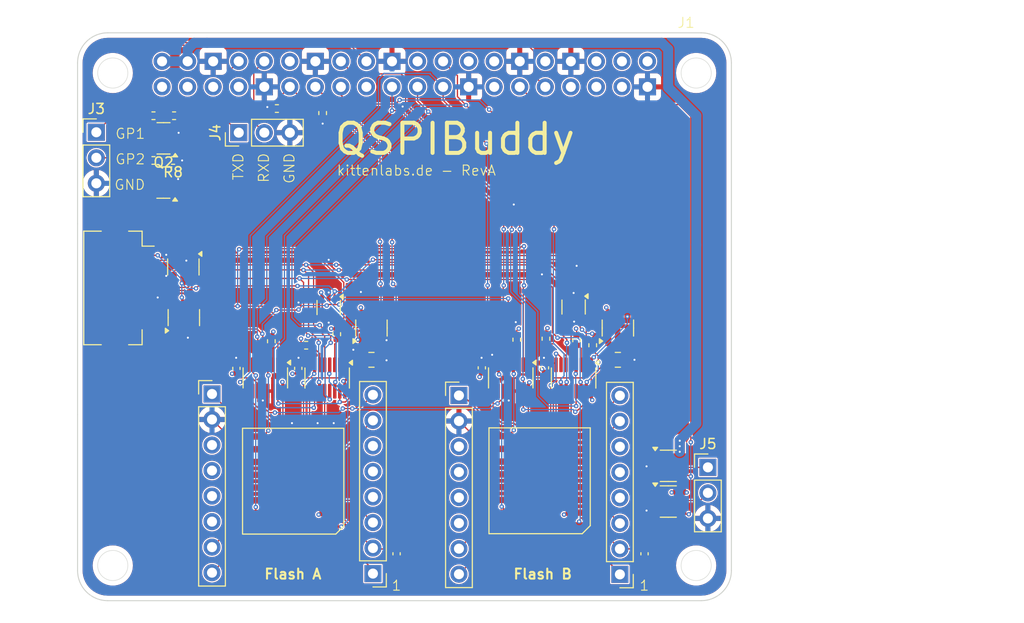
<source format=kicad_pcb>
(kicad_pcb (version 20240108) (generator "pcbnew") (generator_version "8.0")
  (layers (0 "F.Cu" signal) (1 "In1.Cu" signal) (2 "In2.Cu" signal) (31 "B.Cu" signal) (34 "B.Paste" user) (35 "F.Paste" user) (36 "B.SilkS" user "B.Silkscreen") (37 "F.SilkS" user "F.Silkscreen") (38 "B.Mask" user) (39 "F.Mask" user) (44 "Edge.Cuts" user))
  (net 0 "")
  (net 12 "/SUPPLY_FLASH_A")
  (net 13 "GND")
  (net 14 "/SUPPLY_FLASH_B")
  (net 15 "/!EN_FLASH_B")
  (net 16 "/LED_1")
  (net 17 "/SEL_FLASH_B")
  (net 18 "/SEL_FLASH_A")
  (net 19 "/PI_RXD")
  (net 20 "/PI_CS")
  (net 21 "/PI_DI")
  (net 22 "+3.3V")
  (net 23 "/PI_TXD")
  (net 24 "/PI_SCK")
  (net 25 "/!EN_FLASH_A")
  (net 26 "/LED_2")
  (net 27 "/LED_3")
  (net 28 "/PI_DO")
  (net 29 "/LED_4")
  (net 30 "/PI_GPO1")
  (net 31 "/GPO1")
  (net 32 "/GPO2")
  (net 33 "/PI_GPO2")
  (net 34 "Net-(Q1-D)")
  (net 35 "Net-(Q2-D)")
  (net 36 "/DUT_CS")
  (net 37 "/DUT_RESET")
  (net 38 "/DUT_HOLD")
  (net 39 "/DUT_DO")
  (net 40 "/DUT_DI")
  (net 41 "/DUT_WP")
  (net 42 "/DUT_CLK")
  (net 43 "/DUT_VCC")
  (net 47 "/PI_POWER_GATE")
  (net 48 "+5V")
  (net 49 "/3V3_SWITCHED")
  (net 50 "/5V_SWITCHED")
  (net 58 "/FA_HOLD")
  (net 59 "/FA_RESET")
  (net 61 "/FA_DO")
  (net 62 "/FA_CS")
  (net 65 "/FA_WP")
  (net 70 "/FA_DI")
  (net 71 "/FA_CLK")
  (net 72 "/FB_HOLD")
  (net 74 "/FB_RESET")
  (net 75 "/FB_CS")
  (net 77 "/FB_DO")
  (net 80 "/FB_CLK")
  (net 84 "/FB_DI")
  (net 85 "/FB_WP")
  (net 86 "/PI_WP_A")
  (net 87 "/PI_WP_B")
  (net 88 "/PI_HOLD_A")
  (net 89 "/PI_RESET_B")
  (net 90 "/PI_HOLD_B")
  (net 91 "/PI_RESET_A")
  (footprint "Resistor_SMD:R_0402_1005Metric" (layer "F.Cu") (at 52.58 36.365)
    (property "Reference" "R9" (hide yes))
    (property "Value" "1k")
  )
  (footprint "Resistor_SMD:R_0402_1005Metric" (layer "F.Cu") (at 96.25 54.75 -90)
    (property "Reference" "R1" (hide yes))
    (property "Value" "10k")
  )
  (footprint "Resistor_SMD:R_0402_1005Metric" (layer "F.Cu") (at 64.3 54.35 -90)
    (property "Reference" "R6" (hide yes))
    (property "Value" "10k")
  )
  (footprint "Capacitor_SMD:C_0402_1005Metric" (layer "F.Cu") (at 66.975 57.05 90)
    (property "Reference" "C1" (hide yes))
    (property "Value" "100n")
  )
  (footprint "Package_TO_SOT_SMD:SOT-23-5" (layer "F.Cu") (at 74.25 53.0375 90)
    (property "Reference" "U10" (hide yes))
    (property "Value" "SY6280")
  )
  (footprint "Connector_PinHeader_2.54mm:PinHeader_1x08_P2.54mm_Vertical" (layer "F.Cu") (at 82.95 59.75)
    (property "Reference" "J9" (hide yes))
    (property "Value" "Conn_01x08" (hide yes))
  )
  (footprint "Connector_PinHeader_2.54mm:PinHeader_1x08_P2.54mm_Vertical" (layer "F.Cu") (at 58.4 59.6)
    (property "Reference" "J7" (hide yes))
    (property "Value" "Conn_01x08" (hide yes))
  )
  (footprint "Package_TO_SOT_SMD:SOT-23-6" (layer "F.Cu") (at 55.6 52 90)
    (property "Reference" "U8" (hide yes))
    (property "Value" "SRV05-4")
  )
  (footprint "Package_TO_SOT_SMD:SOT-363_SC-70-6" (layer "F.Cu") (at 70 51 -90)
    (property "Reference" "U9" (hide yes))
    (property "Value" "LM66100DCK")
  )
  (footprint "Resistor_SMD:R_0402_1005Metric" (layer "F.Cu") (at 69.4 31.65 -90)
    (property "Reference" "R3" (hide yes))
    (property "Value" "10k")
  )
  (footprint "Connector_PinHeader_2.54mm:PinHeader_1x03_P2.54mm_Vertical" (layer "F.Cu") (at 46.9 33.56)
    (property "Reference" "J3")
    (property "Value" "General Purpose Outputs")
  )
  (footprint "Connector_PinHeader_2.54mm:PinHeader_1x08_P2.54mm_Vertical" (layer "F.Cu") (at 98.95 77.55 180)
    (property "Reference" "J8" (hide yes))
    (property "Value" "Conn_01x08")
  )
  (footprint "Resistor_SMD:R_0402_1005Metric" (layer "F.Cu") (at 67.76 54.75)
    (property "Reference" "R17" (hide yes))
    (property "Value" "10k")
  )
  (footprint "Connector_PinHeader_2.54mm:PinHeader_1x08_P2.54mm_Vertical" (layer "F.Cu") (at 74.4 77.47 180)
    (property "Reference" "J6" (hide yes))
    (property "Value" "Conn_01x08")
  )
  (footprint "Package_TO_SOT_SMD:SOT-23" (layer "F.Cu") (at 53.58 34.165 180)
    (property "Reference" "Q2")
    (property "Value" "2N7002")
  )
  (footprint "Capacitor_SMD:C_0402_1005Metric" (layer "F.Cu") (at 85.225 57 90)
    (property "Reference" "C5" (hide yes))
    (property "Value" "100n")
  )
  (footprint "Capacitor_SMD:C_0402_1005Metric" (layer "F.Cu") (at 101.4 75.5 -90)
    (property "Reference" "C6" (hide yes))
    (property "Value" "100n")
  )
  (footprint "Capacitor_SMD:C_0805_2012Metric" (layer "F.Cu") (at 74.25 56.2)
    (property "Reference" "C8" (hide yes))
    (property "Value" "4.7uF")
  )
  (footprint "Package_TO_SOT_SMD:SOT-23-5" (layer "F.Cu") (at 103.7625 70.3)
    (property "Reference" "U13" (hide yes))
    (property "Value" "SY6280")
  )
  (footprint "Package_SO:Texas_DYY0016A_TSOT-23-16_4.2x2.0mm_P0.5mm" (layer "F.Cu") (at 63.7 58 -90)
    (property "Reference" "U3" (hide yes))
    (property "Value" "TMUX1574")
  )
  (footprint "Resistor_SMD:R_0402_1005Metric" (layer "F.Cu") (at 54.63 31.915)
    (property "Reference" "R7" (hide yes))
    (property "Value" "10k")
  )
  (footprint "flash25q:G6179-07" (layer "F.Cu") (at 66.47 68.275 90)
    (property "Reference" "U2" (hide yes))
    (property "Value" "~")
  )
  (footprint "Resistor_SMD:R_0402_1005Metric" (layer "F.Cu") (at 70.8 53.65 -90)
    (property "Reference" "R4" (hide yes))
    (property "Value" "10k")
  )
  (footprint "Capacitor_SMD:C_0402_1005Metric" (layer "F.Cu") (at 76.75 75.5 -90)
    (property "Reference" "C3" (hide yes))
    (property "Value" "100n")
  )
  (footprint "RPI_Hat:RPI_Hat_B+" (layer "F.Cu") (at 77.535 27.665)
    (property "Reference" "J1")
    (property "Value" "RPi_GPIO" (hide yes))
    (fp_line (start -32.5 -1) (end -32.5 15) (stroke (width 0.1)) (layer "Edge.Cuts"))
    (fp_line (start -32.5 15) (end -32.5 34) (stroke (width 0.1)) (layer "Edge.Cuts"))
    (fp_line (start -32.5 34) (end -32.5 49.5) (stroke (width 0.1)) (layer "Edge.Cuts"))
    (fp_line (start -29.5 -4) (end 29.5 -4) (stroke (width 0.1)) (layer "Edge.Cuts"))
    (fp_line (start -29.5 52.5) (end 29.5 52.5) (stroke (width 0.1)) (layer "Edge.Cuts"))
    (fp_line (start 32.5 -1) (end 32.5 49.5) (stroke (width 0.1)) (layer "Edge.Cuts"))
    (fp_arc (start -32.5 -1) (mid -31.62132 -3.12132) (end -29.5 -4) (stroke (width 0.1)) (layer "Edge.Cuts"))
    (fp_arc (start -29.5 52.5) (mid -31.62132 51.62132) (end -32.5 49.5) (stroke (width 0.1)) (layer "Edge.Cuts"))
    (fp_arc (start 29.5 -4) (mid 31.62132 -3.12132) (end 32.5 -1) (stroke (width 0.1)) (layer "Edge.Cuts"))
    (fp_arc (start 32.5 49.5) (mid 31.62132 51.62132) (end 29.5 52.5) (stroke (width 0.1)) (layer "Edge.Cuts"))
    (fp_circle (center -29 0) (end -30.500001 -0.000001) (stroke (width 0.05)) (fill none) (layer "Edge.Cuts"))
    (fp_circle (center -29 49) (end -30.500001 49.000001) (stroke (width 0.05)) (fill none) (layer "Edge.Cuts"))
    (fp_circle (center 29 0) (end 30.500001 -0.000001) (stroke (width 0.05)) (fill none) (layer "Edge.Cuts"))
    (fp_circle (center 29 49) (end 30.500001 49.000001) (stroke (width 0.05)) (fill none) (layer "Edge.Cuts"))
  )
  (footprint "Resistor_SMD:R_0402_1005Metric" (layer "F.Cu") (at 52.58 31.915)
    (property "Reference" "R10" (hide yes))
    (property "Value" "1k")
  )
  (footprint "Package_TO_SOT_SMD:SOT-23-5" (layer "F.Cu") (at 98.75 53.0375 90)
    (property "Reference" "U12" (hide yes))
    (property "Value" "SY6280")
  )
  (footprint "Connector_FFC-FPC:Hirose_FH12-16S-0.5SH_1x16-1MP_P0.50mm_Horizontal" (layer "F.Cu") (at 50.15 49.05 -90)
    (property "Reference" "J2" (hide yes))
    (property "Value" "DUT")
  )
  (footprint "Package_TO_SOT_SMD:SOT-23-5" (layer "F.Cu") (at 103.7625 66.75)
    (property "Reference" "U14" (hide yes))
    (property "Value" "SY6280")
  )
  (footprint "Package_TO_SOT_SMD:SOT-23-6" (layer "F.Cu") (at 55.55 46.9625 -90)
    (property "Reference" "U7" (hide yes))
    (property "Value" "SRV05-4")
  )
  (footprint "Package_TO_SOT_SMD:SOT-363_SC-70-6" (layer "F.Cu") (at 94.35 50.95 -90)
    (property "Reference" "U11" (hide yes))
    (property "Value" "LM66100DCK")
  )
  (footprint "Resistor_SMD:R_0402_1005Metric" (layer "F.Cu") (at 88.7 54.2 -90)
    (property "Reference" "R15" (hide yes))
    (property "Value" "10k")
  )
  (footprint "Package_TO_SOT_SMD:SOT-23" (layer "F.Cu") (at 53.5675 38.565 180)
    (property "Reference" "Q1" (hide yes))
    (property "Value" "2N7002")
  )
  (footprint "Connector_PinHeader_2.54mm:PinHeader_1x03_P2.54mm_Vertical" (layer "F.Cu") (at 61.06 33.6 90)
    (property "Reference" "J4")
    (property "Value" "UART")
  )
  (footprint "Package_SO:Texas_DYY0016A_TSOT-23-16_4.2x2.0mm_P0.5mm" (layer "F.Cu") (at 88.1 58 -90)
    (property "Reference" "U5" (hide yes))
    (property "Value" "TMUX1574")
  )
  (footprint "Package_SO:Texas_DYY0016A_TSOT-23-16_4.2x2.0mm_P0.5mm" (layer "F.Cu") (at 94.35 58.0125 -90)
    (property "Reference" "U4" (hide yes))
    (property "Value" "TMUX1574")
  )
  (footprint "Capacitor_SMD:C_0805_2012Metric" (layer "F.Cu") (at 98.75 56.2)
    (property "Reference" "C7" (hide yes))
    (property "Value" "4.7uF")
  )
  (footprint "Resistor_SMD:R_0402_1005Metric" (layer "F.Cu") (at 94.65 54.25 -90)
    (property "Reference" "R16" (hide yes))
    (property "Value" "10k")
  )
  (footprint "Package_SO:Texas_DYY0016A_TSOT-23-16_4.2x2.0mm_P0.5mm" (layer "F.Cu") (at 69.85 58.0125 -90)
    (property "Reference" "U1" (hide yes))
    (property "Value" "TMUX1574")
  )
  (footprint "Capacitor_SMD:C_0402_1005Metric" (layer "F.Cu") (at 60.825 57.05 90)
    (property "Reference" "C2" (hide yes))
    (property "Value" "100n")
  )
  (footprint "Resistor_SMD:R_0402_1005Metric" (layer "F.Cu") (at 54.53 36.365 180)
    (property "Reference" "R8")
    (property "Value" "10k")
  )
  (footprint "Connector_PinHeader_2.54mm:PinHeader_1x03_P2.54mm_Vertical" (layer "F.Cu") (at 107.7 66.9)
    (property "Reference" "J5")
    (property "Value" "Power Outputs")
  )
  (footprint "Resistor_SMD:R_0402_1005Metric" (layer "F.Cu") (at 64.85 31.2 180)
    (property "Reference" "R2" (hide yes))
    (property "Value" "10k")
  )
  (footprint "Resistor_SMD:R_0402_1005Metric" (layer "F.Cu") (at 91.6 54.1 -90)
    (property "Reference" "R5" (hide yes))
    (property "Value" "10k")
  )
  (footprint "flash25q:G6179-07" (layer "F.Cu") (at 90.97 68.235 90)
    (property "Reference" "U6" (hide yes))
    (property "Value" "~")
  )
  (footprint "Capacitor_SMD:C_0402_1005Metric" (layer "F.Cu") (at 91.5 57 90)
    (property "Reference" "C4" (hide yes))
    (property "Value" "100n")
  )
  (gr_text "GND" (at 51.816 39.37 0) (layer "F.SilkS") (effects (font (size 1 1) (thickness 0.1)) (justify right bottom)))
  (gr_text "QSPIBuddy" (at 70.35 36 0) (layer "F.SilkS") (effects (font (size 3 3) (thickness 0.4)) (justify left bottom)))
  (gr_text "RXD" (at 64.135 35.56 90) (layer "F.SilkS") (effects (font (size 1 1) (thickness 0.1)) (justify right bottom)))
  (gr_text "GP2" (at 51.816 36.83 0) (layer "F.SilkS") (effects (font (size 1 1) (thickness 0.1)) (justify right bottom)))
  (gr_text "GND" (at 66.675 35.56 90) (layer "F.SilkS") (effects (font (size 1 1) (thickness 0.1)) (justify right bottom)))
  (gr_text "Flash B" (at 88.265 78.105 0) (layer "F.SilkS") (effects (font (size 1 1) (thickness 0.2) (bold yes)) (justify left bottom)))
  (gr_text "TXD" (at 61.595 35.56 90) (layer "F.SilkS") (effects (font (size 1 1) (thickness 0.1)) (justify right bottom)))
  (gr_text "1" (at 100.838 79.248 0) (layer "F.SilkS") (effects (font (size 1 1) (thickness 0.1)) (justify left bottom)))
  (gr_text "Flash A" (at 63.5 78.105 0) (layer "F.SilkS") (effects (font (size 1 1) (thickness 0.2) (bold yes)) (justify left bottom)))
  (gr_text "1" (at 76.2 79.248 0) (layer "F.SilkS") (effects (font (size 1 1) (thickness 0.1)) (justify left bottom)))
  (gr_text "GP1" (at 51.816 34.29 0) (layer "F.SilkS") (effects (font (size 1 1) (thickness 0.1)) (justify right bottom)))
  (gr_text "kittenlabs.de - RevA" (at 70.75 37.95 0) (layer "F.SilkS") (effects (font (size 1 1) (thickness 0.1)) (justify left bottom)))
  (segment (start 71.6 58.3) (end 71.6 59.325) (width 0.25) (layer "F.Cu") (net 12))
  (segment (start 71.6 59.325) (end 71.6 58.468206) (width 0.127) (layer "F.Cu") (net 12))
  (segment (start 60.4545 57.53) (end 60.4 57.5845) (width 0.127) (layer "F.Cu") (net 12))
  (segment (start 65.45 58.453869) (end 65.399226 58.403095) (width 0.127) (layer "F.Cu") (net 12))
  (segment (start 65.45 59.3125) (end 65.45 58.453869) (width 0.127) (layer "F.Cu") (net 12))
  (segment (start 71.6 58.468206) (end 71.463107 58.331313) (width 0.127) (layer "F.Cu") (net 12))
  (segment (start 70.92 71.45) (end 70.04 71.45) (width 0.127) (layer "F.Cu") (net 12))
  (segment (start 73.3 56.6) (end 71.6 58.3) (width 0.25) (layer "F.Cu") (net 12))
  (segment (start 72.925 54.175) (end 72.9 54.2) (width 0.127) (layer "F.Cu") (net 12))
  (segment (start 69.35 51.25) (end 69.35 50.05) (width 0.127) (layer "F.Cu") (net 12))
  (segment (start 69.35 49.6) (end 69.25 49.5) (width 0.127) (layer "F.Cu") (net 12))
  (segment (start 60.825 57.53) (end 60.4545 57.53) (width 0.127) (layer "F.Cu") (net 12))
  (segment (start 66.975 57.53) (end 66.4545 57.53) (width 0.127) (layer "F.Cu") (net 12))
  (segment (start 69.15 71.45) (end 69 71.6) (width 0.127) (layer "F.Cu") (net 12))
  (segment (start 70.65 51.625001) (end 70.274999 51.25) (width 0.127) (layer "F.Cu") (net 12))
  (segment (start 73.3 54.175) (end 72.925 54.175) (width 0.127) (layer "F.Cu") (net 12))
  (segment (start 66.4545 57.53) (end 66.4 57.5845) (width 0.127) (layer "F.Cu") (net 12))
  (segment (start 73.3 56.2) (end 73.3 56.6) (width 0.25) (layer "F.Cu") (net 12))
  (segment (start 73.3 56.2) (end 73.3 54.175) (width 0.25) (layer "F.Cu") (net 12))
  (segment (start 70.04 71.45) (end 69.15 71.45) (width 0.127) (layer "F.Cu") (net 12))
  (segment (start 65.45 59.3125) (end 65.45 67.256) (width 0.127) (layer "F.Cu") (net 12))
  (segment (start 74.49 75.02) (end 74.4 74.93) (width 0.127) (layer "F.Cu") (net 12))
  (segment (start 65.45 67.256) (end 69.644 71.45) (width 0.127) (layer "F.Cu") (net 12))
  (segment (start 70.274999 51.25) (end 69.35 51.25) (width 0.127) (layer "F.Cu") (net 12))
  (segment (start 74.4 74.93) (end 70.92 71.45) (width 0.127) (layer "F.Cu") (net 12))
  (segment (start 69.644 71.45) (end 70.04 71.45) (width 0.127) (layer "F.Cu") (net 12))
  (segment (start 76.75 75.02) (end 74.49 75.02) (width 0.127) (layer "F.Cu") (net 12))
  (segment (start 69.35 50.05) (end 69.35 49.6) (width 0.127) (layer "F.Cu") (net 12))
  (segment (start 70.65 51.95) (end 70.65 51.625001) (width 0.127) (layer "F.Cu") (net 12))
  (via (at 69.25 49.5) (size 0.45) (drill 0.2) (layers "F.Cu" "B.Cu") (net 12))
  (via (at 72.9 54.2) (size 0.45) (drill 0.2) (layers "F.Cu" "B.Cu") (net 12))
  (via (at 69 71.6) (size 0.45) (drill 0.2) (layers "F.Cu" "B.Cu") (net 12))
  (via (at 60.4 57.5845) (size 0.45) (drill 0.2) (layers "F.Cu" "B.Cu") (net 12))
  (via (at 71.463107 58.331313) (size 0.45) (drill 0.2) (layers "F.Cu" "B.Cu") (net 12))
  (via (at 66.4 57.5845) (size 0.45) (drill 0.2) (layers "F.Cu" "B.Cu") (net 12))
  (via (at 65.399226 58.403095) (size 0.45) (drill 0.2) (layers "F.Cu" "B.Cu") (net 12))
  (segment (start 69.25 49.5) (end 69.25 49.6) (width 0.127) (layer "B.Cu") (net 12))
  (segment (start 69.25 49.6) (end 72.9 53.25) (width 0.127) (layer "B.Cu") (net 12))
  (segment (start 72.9 53.25) (end 72.9 54.2) (width 0.127) (layer "B.Cu") (net 12))
  (segment (start 75.2 56.2) (end 75.2 54.175) (width 0.127) (layer "F.Cu") (net 13))
  (segment (start 94.35 52.35) (end 94.4 52.4) (width 0.127) (layer "F.Cu") (net 13))
  (segment (start 54.12 32.8175) (end 54.12 31.915) (width 0.127) (layer "F.Cu") (net 13))
  (segment (start 54.505 37.69) (end 55.03 38.215) (width 0.127) (layer "F.Cu") (net 13))
  (segment (start 62.9 65.1) (end 61.36 65.1) (width 0.127) (layer "F.Cu") (net 13))
  (segment (start 66.975 56.025) (end 67 56) (width 0.127) (layer "F.Cu") (net 13))
  (segment (start 99.7 56.2) (end 100.4 56.2) (width 0.127) (layer "F.Cu") (net 13))
  (segment (start 102.625 71.25) (end 102.625 70.3) (width 0.127) (layer "F.Cu") (net 13))
  (segment (start 85.72 65.06) (end 82.95 62.29) (width 0.127) (layer "F.Cu") (net 13))
  (segment (start 54.505 37.615) (end 54.505 37.69) (width 0.127) (layer "F.Cu") (net 13))
  (segment (start 99.7 56.2) (end 99.7 54.175) (width 0.127) (layer "F.Cu") (net 13))
  (segment (start 94.35 50) (end 94.35 49.55) (width 0.127) (layer "F.Cu") (net 13))
  (segment (start 64.34 31.2) (end 64.05 31.2) (width 0.127) (layer "F.Cu") (net 13))
  (segment (start 60.825 56.025) (end 60.8 56) (width 0.127) (layer "F.Cu") (net 13))
  (segment (start 54.5175 33.215) (end 54.12 32.8175) (width 0.127) (layer "F.Cu") (net 13))
  (segment (start 91.5 56.52) (end 91.5 56.1) (width 0.127) (layer "F.Cu") (net 13))
  (segment (start 75.2 54.175) (end 75.675 54.175) (width 0.127) (layer "F.Cu") (net 13))
  (segment (start 55.04 36.365) (end 55.04 37.08) (width 0.127) (layer "F.Cu") (net 13))
  (segment (start 75.675 54.175) (end 75.75 54.25) (width 0.127) (layer "F.Cu") (net 13))
  (segment (start 101.2 68.4) (end 101.2 69.8) (width 0.127) (layer "F.Cu") (net 13))
  (segment (start 68.1 56.7) (end 67.105 56.7) (width 0.127) (layer "F.Cu") (net 13))
  (segment (start 107.7 71.98) (end 103.355 71.98) (width 0.127) (layer "F.Cu") (net 13))
  (segment (start 91.5 56.1) (end 91.4 56) (width 0.127) (layer "F.Cu") (net 13))
  (segment (start 69.4 32.16) (end 69.4 32.7) (width 0.127) (layer "F.Cu") (net 13))
  (segment (start 55.6 53.1375) (end 55.6 53.6) (width 0.127) (layer "F.Cu") (net 13))
  (segment (start 63.45 59.3) (end 63.45 60.25) (width 0.127) (layer "F.Cu") (net 13))
  (segment (start 54.68 33.215) (end 55.08 33.615) (width 0.127) (layer "F.Cu") (net 13))
  (segment (start 86.35 56.6875) (end 86.35 55.8) (width 0.127) (layer "F.Cu") (net 13))
  (segment (start 101.65 71.25) (end 101.6 71.2) (width 0.127) (layer "F.Cu") (net 13))
  (segment (start 61.8325 56.57) (end 61.95 56.6875) (width 0.127) (layer "F.Cu") (net 13))
  (segment (start 63.595 30.745) (end 63.595 29.043) (width 0.127) (layer "F.Cu") (net 13))
  (segment (start 63.45 59.3125) (end 64.45 59.3125) (width 0.127) (layer "F.Cu") (net 13))
  (segment (start 63.9 31.05) (end 63.595 30.745) (width 0.127) (layer "F.Cu") (net 13))
  (segment (start 55.55 45.825) (end 55.55 46.033019) (width 0.127) (layer "F.Cu") (net 13))
  (segment (start 103.355 71.98) (end 102.625 71.25) (width 0.127) (layer "F.Cu") (net 13))
  (segment (start 55.55 46.033019) (end 55.848001 46.33102) (width 0.127) (layer "F.Cu") (net 13))
  (segment (start 55.6 53.6) (end 56 54) (width 0.127) (layer "F.Cu") (net 13))
  (segment (start 75.7 56.2) (end 75.75 56.25) (width 0.127) (layer "F.Cu") (net 13))
  (segment (start 60.825 56.57) (end 61.8325 56.57) (width 0.127) (layer "F.Cu") (net 13))
  (segment (start 52.8 49.8) (end 53 50) (width 0.127) (layer "F.Cu") (net 13))
  (segment (start 55.04 37.08) (end 54.505 37.615) (width 0.127) (layer "F.Cu") (net 13))
  (segment (start 52 49.8) (end 52.8 49.8) (width 0.127) (layer "F.Cu") (net 13))
  (segment (start 94.35 51.9) (end 94.35 52.35) (width 0.127) (layer "F.Cu") (net 13))
  (segment (start 92.42 56.52) (end 92.6 56.7) (width 0.127) (layer "F.Cu") (net 13))
  (segment (start 87.85 60.2) (end 87.9 60.25) (width 0.127) (layer "F.Cu") (net 13))
  (segment (start 91.5 56.52) (end 92.42 56.52) (width 0.127) (layer "F.Cu") (net 13))
  (segment (start 86.35 55.8) (end 86.25 55.7) (width 0.127) (layer "F.Cu") (net 13))
  (segment (start 102.625 66.75) (end 101.65 66.75) (width 0.127) (layer "F.Cu") (net 13))
  (segment (start 102.625 70.3) (end 101.7 70.3) (width 0.127) (layer "F.Cu") (net 13))
  (segment (start 101.65 66.75) (end 101.6 66.8) (width 0.127) (layer "F.Cu") (net 13))
  (segment (start 85.225 56.025) (end 85.2 56) (width 0.127) (layer "F.Cu") (net 13))
  (segment (start 102.625 67.7) (end 101.9 67.7) (width 0.127) (layer "F.Cu") (net 13))
  (segment (start 74.25 54.175) (end 75.2 54.175) (width 0.127) (layer "F.Cu") (net 13))
  (segment (start 102.625 71.25) (end 101.65 71.25) (width 0.127) (layer "F.Cu") (net 13))
  (segment (start 70 51.95) (end 70 52.5) (width 0.127) (layer "F.Cu") (net 13))
  (segment (start 67.105 56.7) (end 66.975 56.57) (width 0.127) (layer "F.Cu") (net 13))
  (segment (start 66.975 56.57) (end 66.975 56.025) (width 0.127) (layer "F.Cu") (net 13))
  (segment (start 101.7 70.3) (end 101.2 69.8) (width 0.127) (layer "F.Cu") (net 13))
  (segment (start 64.05 31.2) (end 63.9 31.05) (width 0.127) (layer "F.Cu") (net 13))
  (segment (start 98.75 54.175) (end 99.7 54.175) (width 0.127) (layer "F.Cu") (net 13))
  (segment (start 60.825 56.57) (end 60.825 56.025) (width 0.127) (layer "F.Cu") (net 13))
  (segment (start 101.9 67.7) (end 101.2 68.4) (width 0.127) (layer "F.Cu") (net 13))
  (segment (start 87.4 65.06) (end 85.72 65.06) (width 0.127) (layer "F.Cu") (net 13))
  (segment (start 63.45 59.3125) (end 63.45 59.3) (width 0.127) (layer "F.Cu") (net 13))
  (segment (start 55.04 36.365) (end 55.43 36.365) (width 0.127) (layer "F.Cu") (net 13))
  (segment (start 85.225 56.52) (end 85.225 56.025) (width 0.127) (layer "F.Cu") (net 13))
  (segment (start 61.36 65.1) (end 58.4 62.14) (width 0.127) (layer "F.Cu") (net 13))
  (segment (start 75.2 56.2) (end 75.7 56.2) (width 0.127) (layer "F.Cu") (net 13))
  (segment (start 102.625 66.75) (end 102.625 67.7) (width 0.127) (layer "F.Cu") (net 13))
  (segment (start 54.5175 33.215) (end 54.68 33.215) (width 0.127) (layer "F.Cu") (net 13))
  (segment (start 70 50.05) (end 70 49.5) (width 0.127) (layer "F.Cu") (net 13))
  (segment (start 87.85 59.3125) (end 87.85 60.2) (width 0.127) (layer "F.Cu") (net 13))
  (via (at 55.43 36.365) (size 0.45) (drill 0.2) (layers "F.Cu" "B.Cu") (net 13))
  (via (at 88.6 52.45) (size 0.45) (drill 0.2) (layers "F.Cu" "B.Cu") (net 13))
  (via (at 100.4 56.2) (size 0.45) (drill 0.2) (layers "F.Cu" "B.Cu") (net 13))
  (via (at 53.85 45.75) (size 0.45) (drill 0.2) (layers "F.Cu" "B.Cu") (net 13))
  (via (at 67 56) (size 0.45) (drill 0.2) (layers "F.Cu" "B.Cu") (net 13))
  (via (at 75.75 56.25) (size 0.45) (drill 0.2) (layers "F.Cu" "B.Cu") (net 13))
  (via (at 73.2 49.45) (size 0.45) (drill 0.2) (layers "F.Cu" "B.Cu") (net 13))
  (via (at 70 46.25) (size 0.45) (drill 0.2) (layers "F.Cu" "B.Cu") (net 13))
  (via (at 55.03 38.215) (size 0.45) (drill 0.2) (layers "F.Cu" "B.Cu") (net 13))
  (via (at 66.35 62.5) (size 0.45) (drill 0.2) (layers "F.Cu" "B.Cu") (net 13))
  (via (at 60.8 56) (size 0.45) (drill 0.2) (layers "F.Cu" "B.Cu") (net 13))
  (via (at 101.6 66.8) (size 0.45) (drill 0.2) (layers "F.Cu" "B.Cu") (net 13))
  (via (at 101.6 71.2) (size 0.45) (drill 0.2) (layers "F.Cu" "B.Cu") (net 13))
  (via (at 53 50) (size 0.45) (drill 0.2) (layers "F.Cu" "B.Cu") (net 13))
  (via (at 77.35 31) (size 0.45) (drill 0.2) (layers "F.Cu" "B.Cu") (net 13))
  (via (at 69.4 32.7) (size 0.45) (drill 0.2) (layers "F.Cu" "B.Cu") (net 13))
  (via (at 91.4 56) (size 0.45) (drill 0.2) (layers "F.Cu" "B.Cu") (net 13))
  (via (at 63.45 60.25) (size 0.45) (drill 0.2) (layers "F.Cu" "B.Cu") (net 13))
  (via (at 67 50.5) (size 0.45) (drill 0.2) (layers "F.Cu" "B.Cu") (net 13))
  (via (at 85.2 56) (size 0.45) (drill 0.2) (layers "F.Cu" "B.Cu") (net 13))
  (via (at 70.5 62.5) (size 0.45) (drill 0.2) (layers "F.Cu" "B.Cu") (net 13))
  (via (at 55.848001 46.33102) (size 0.45) (drill 0.2) (layers "F.Cu" "B.Cu") (net 13))
  (via (at 63.9 31.05) (size 0.45) (drill 0.2) (layers "F.Cu" "B.Cu") (net 13))
  (via (at 70 52.5) (size 0.45) (drill 0.2) (layers "F.Cu" "B.Cu") (net 13))
  (via (at 94.65 46.85) (size 0.45) (drill 0.2) (layers "F.Cu" "B.Cu") (net 13))
  (via (at 94.35 49.55) (size 0.45) (drill 0.2) (layers "F.Cu" "B.Cu") (net 13))
  (via (at 53.85 47.85) (size 0.45) (drill 0.2) (layers "F.Cu" "B.Cu") (net 13))
  (via (at 94.4 52.4) (size 0.45) (drill 0.2) (layers "F.Cu" "B.Cu") (net 13))
  (via (at 86.25 55.7) (size 0.45) (drill 0.2) (layers "F.Cu" "B.Cu") (net 13))
  (via (at 68.9 62.5) (size 0.45) (drill 0.2) (layers "F.Cu" "B.Cu") (net 13))
  (via (at 87.9 60.25) (size 0.45) (drill 0.2) (layers "F.Cu" "B.Cu") (net 13))
  (via (at 88.4 40.75) (size 0.45) (drill 0.2) (layers "F.Cu" "B.Cu") (net 13))
  (via (at 72.45 55.2) (size 0.45) (drill 0.2) (layers "F.Cu" "B.Cu") (net 13))
  (via (at 56 54) (size 0.45) (drill 0.2) (layers "F.Cu" "B.Cu") (net 13))
  (via (at 70 49.5) (size 0.45) (drill 0.2) (layers "F.Cu" "B.Cu") (net 13))
  (via (at 55.08 33.615) (size 0.45) (drill 0.2) (layers "F.Cu" "B.Cu") (net 13))
  (via (at 91.2 47.7) (size 0.45) (drill 0.2) (layers "F.Cu" "B.Cu") (net 13))
  (via (at 75.75 54.25) (size 0.45) (drill 0.2) (layers "F.Cu" "B.Cu") (net 13))
  (segment (start 91.5 57.48) (end 91.5 57.423364) (width 0.127) (layer "F.Cu") (net 14))
  (segment (start 96.1 60.1) (end 96.2 60.2) (width 0.127) (layer "F.Cu") (net 14))
  (segment (start 97.8 54.175) (end 97.225 53.6) (width 0.127) (layer "F.Cu") (net 14))
  (segment (start 96.6 53.6) (end 96.2 53.6) (width 0.127) (layer "F.Cu") (net 14))
  (segment (start 98.95 75.01) (end 101.39 75.01) (width 0.127) (layer "F.Cu") (net 14))
  (segment (start 97.8 54.175) (end 97.8 56.2) (width 0.127) (layer "F.Cu") (net 14))
  (segment (start 94.54 71.41) (end 93.59 71.41) (width 0.127) (layer "F.Cu") (net 14))
  (segment (start 96.1 59.325) (end 96.1 60.1) (width 0.127) (layer "F.Cu") (net 14))
  (segment (start 85.225 57.675) (end 85 57.9) (width 0.127) (layer "F.Cu") (net 14))
  (segment (start 97.225 53.6) (end 96.6 53.6) (width 0.127) (layer "F.Cu") (net 14))
  (segment (start 93.895 71.41) (end 94.54 71.41) (width 0.127) (layer "F.Cu") (net 14))
  (segment (start 96.25 53.95) (end 96.6 53.6) (width 0.127) (layer "F.Cu") (net 14))
  (segment (start 85.225 57.48) (end 85.07 57.48) (width 0.127) (layer "F.Cu") (net 14))
  (segment (start 96.25 54.24) (end 96.25 53.95) (width 0.127) (layer "F.Cu") (net 14))
  (segment (start 98.95 75.01) (end 95.35 71.41) (width 0.127) (layer "F.Cu") (net 14))
  (segment (start 85.225 57.48) (end 85.225 57.675) (width 0.127) (layer "F.Cu") (net 14))
  (segment (start 91.5 57.423364) (end 91.2155 57.138864) (width 0.127) (layer "F.Cu") (net 14))
  (segment (start 89.85 58.55) (end 89.95 58.45) (width 0.127) (layer "F.Cu") (net 14))
  (segment (start 89.85 67.365) (end 93.895 71.41) (width 0.127) (layer "F.Cu") (net 14))
  (segment (start 96.1 57.9) (end 97.8 56.2) (width 0.127) (layer "F.Cu") (net 14))
  (segment (start 95.35 71.41) (end 94.54 71.41) (width 0.127) (layer "F.Cu") (net 14))
  (segment (start 95 53.0155) (end 95.1845 53.2) (width 0.127) (layer "F.Cu") (net 14))
  (segment (start 93.7 50.0886) (end 93.7 50) (width 0.127) (layer "F.Cu") (net 14))
  (segment (start 95 51.3886) (end 93.7 50.0886) (width 0.127) (layer "F.Cu") (net 14))
  (segment (start 89.85 59.3125) (end 89.85 58.55) (width 0.127) (layer "F.Cu") (net 14))
  (segment (start 101.39 75.01) (end 101.4 75.02) (width 0.127) (layer "F.Cu") (net 14))
  (segment (start 89.85 59.3125) (end 89.85 67.365) (width 0.127) (layer "F.Cu") (net 14))
  (segment (start 95 51.9) (end 95 53.0155) (width 0.127) (layer "F.Cu") (net 14))
  (segment (start 95 51.9) (end 95 51.3886) (width 0.127) (layer "F.Cu") (net 14))
  (segment (start 93.59 71.41) (end 93.4 71.6) (width 0.127) (layer "F.Cu") (net 14))
  (segment (start 96.1 59.325) (end 96.1 57.9) (width 0.127) (layer "F.Cu") (net 14))
  (via (at 85 57.9) (size 0.45) (drill 0.2) (layers "F.Cu" "B.Cu") (net 14))
  (via (at 93.4 71.6) (size 0.45) (drill 0.2) (layers "F.Cu" "B.Cu") (net 14))
  (via (at 95.1845 53.2) (size 0.45) (drill 0.2) (layers "F.Cu" "B.Cu") (net 14))
  (via (at 91.2155 57.138864) (size 0.45) (drill 0.2) (layers "F.Cu" "B.Cu") (net 14))
  (via (at 96.2 60.2) (size 0.45) (drill 0.2) (layers "F.Cu" "B.Cu") (net 14))
  (via (at 89.95 58.45) (size 0.45) (drill 0.2) (layers "F.Cu" "B.Cu") (net 14))
  (via (at 96.2 53.6) (size 0.45) (drill 0.2) (layers "F.Cu" "B.Cu") (net 14))
  (segment (start 95.5845 53.6) (end 95.1845 53.2) (width 0.127) (layer "B.Cu") (net 14))
  (segment (start 96.2 53.6) (end 95.5845 53.6) (width 0.127) (layer "B.Cu") (net 14))
  (segment (start 94.515499 61.370782) (end 94.670781 61.2155) (width 0.127) (layer "F.Cu") (net 15))
  (segment (start 95.6 60.387606) (end 95.6 59.325) (width 0.127) (layer "F.Cu") (net 15))
  (segment (start 77.65 30.7) (end 88.2 41.25) (width 0.127) (layer "F.Cu") (net 15))
  (segment (start 77.65 28.2) (end 77.65 30.7) (width 0.127) (layer "F.Cu") (net 15))
  (segment (start 96.8 55.81) (end 96.8 56.45) (width 0.127) (layer "F.Cu") (net 15))
  (segment (start 77.2 27.75) (end 77.65 28.2) (width 0.127) (layer "F.Cu") (net 15))
  (segment (start 94.772106 61.2155) (end 95.6 60.387606) (width 0.127) (layer "F.Cu") (net 15))
  (segment (start 89.35 59.3125) (end 89.35 58.15) (width 0.127) (layer "F.Cu") (net 15))
  (segment (start 95.659311 59.265689) (end 95.6 59.325) (width 0.127) (layer "F.Cu") (net 15))
  (segment (start 96.25 55.26) (end 96.8 55.81) (width 0.127) (layer "F.Cu") (net 15))
  (segment (start 95.659311 58.412558) (end 95.659311 59.265689) (width 0.127) (layer "F.Cu") (net 15))
  (segment (start 72.462 27.75) (end 77.2 27.75) (width 0.127) (layer "F.Cu") (net 15))
  (segment (start 71.215 26.503) (end 72.462 27.75) (width 0.127) (layer "F.Cu") (net 15))
  (segment (start 94.670781 61.2155) (end 94.772106 61.2155) (width 0.127) (layer "F.Cu") (net 15))
  (segment (start 89.35 59.3125) (end 89.35 61.15) (width 0.127) (layer "F.Cu") (net 15))
  (segment (start 89.35 58.15) (end 89.3 58.1) (width 0.127) (layer "F.Cu") (net 15))
  (segment (start 88.2 41.25) (end 88.2 43.25) (width 0.127) (layer "F.Cu") (net 15))
  (via (at 89.3 58.1) (size 0.45) (drill 0.2) (layers "F.Cu" "B.Cu") (net 15))
  (via (at 89.35 61.15) (size 0.45) (drill 0.2) (layers "F.Cu" "B.Cu") (net 15))
  (via (at 95.659311 58.412558) (size 0.45) (drill 0.2) (layers "F.Cu" "B.Cu") (net 15))
  (via (at 88.2 43.25) (size 0.45) (drill 0.2) (layers "F.Cu" "B.Cu") (net 15))
  (via (at 94.515499 61.370782) (size 0.45) (drill 0.2) (layers "F.Cu" "B.Cu") (net 15))
  (via (at 96.8 56.45) (size 0.45) (drill 0.2) (layers "F.Cu" "B.Cu") (net 15))
  (segment (start 89.3155 50.6655) (end 88.1 49.45) (width 0.127) (layer "B.Cu") (net 15))
  (segment (start 96.8 56.45) (end 96.8 57.271869) (width 0.127) (layer "B.Cu") (net 15))
  (segment (start 89.3 58.1) (end 89.3155 58.0845) (width 0.127) (layer "B.Cu") (net 15))
  (segment (start 89.35 61.15) (end 94.294717 61.15) (width 0.127) (layer "B.Cu") (net 15))
  (segment (start 88.1 43.35) (end 88.2 43.25) (width 0.127) (layer "B.Cu") (net 15))
  (segment (start 94.294717 61.15) (end 94.515499 61.370782) (width 0.127) (layer "B.Cu") (net 15))
  (segment (start 96.8 57.271869) (end 95.659311 58.412558) (width 0.127) (layer "B.Cu") (net 15))
  (segment (start 89.3155 58.0845) (end 89.3155 50.6655) (width 0.127) (layer "B.Cu") (net 15))
  (segment (start 88.1 49.45) (end 88.1 43.35) (width 0.127) (layer "B.Cu") (net 15))
  (segment (start 89.85 56.6875) (end 89.85 57.85) (width 0.127) (layer "F.Cu") (net 17))
  (segment (start 93.55 42.95) (end 93.55 40.65) (width 0.127) (layer "F.Cu") (net 17))
  (segment (start 93.55 40.65) (end 93.55 38.9) (width 0.127) (layer "F.Cu") (net 17))
  (segment (start 71.215 29.865) (end 71.215 29.043) (width 0.127) (layer "F.Cu") (net 17))
  (segment (start 96.1 56.7) (end 96.1 56.2) (width 0.127) (layer "F.Cu") (net 17))
  (segment (start 95.537499 58) (end 96.1 57.437499) (width 0.127) (layer "F.Cu") (net 17))
  (segment (start 77.05 30.35) (end 76.65 30.75) (width 0.127) (layer "F.Cu") (net 17))
  (segment (start 99.7 49.1) (end 93.55 42.95) (width 0.127) (layer "F.Cu") (net 17))
  (segment (start 89.85 57.85) (end 90 58) (width 0.127) (layer "F.Cu") (net 17))
  (segment (start 72.1 30.75) (end 71.215 29.865) (width 0.127) (layer "F.Cu") (net 17))
  (segment (start 99.7 51.9) (end 99.7 49.1) (width 0.127) (layer "F.Cu") (net 17))
  (segment (start 96.1 57.437499) (end 96.1 56.7) (width 0.127) (layer "F.Cu") (net 17))
  (segment (start 96.1 56.2) (end 96.351197 55.948803) (width 0.127) (layer "F.Cu") (net 17))
  (segment (start 76.65 30.75) (end 72.1 30.75) (width 0.127) (layer "F.Cu") (net 17))
  (segment (start 93.55 38.9) (end 85.95 31.3) (width 0.127) (layer "F.Cu") (net 17))
  (segment (start 90 58) (end 95.537499 58) (width 0.127) (layer "F.Cu") (net 17))
  (via (at 96.351197 55.948803) (size 0.45) (drill 0.2) (layers "F.Cu" "B.Cu") (net 17))
  (via (at 99.7 51.9) (size 0.45) (drill 0.2) (layers "F.Cu" "B.Cu") (net 17))
  (via (at 85.95 31.3) (size 0.45) (drill 0.2) (layers "F.Cu" "B.Cu") (net 17))
  (via (at 77.05 30.35) (size 0.45) (drill 0.2) (layers "F.Cu" "B.Cu") (net 17))
  (segment (start 85 30.35) (end 85.95 31.3) (width 0.127) (layer "B.Cu") (net 17))
  (segment (start 99.7 52.6) (end 99.7 51.9) (width 0.127) (layer "B.Cu") (net 17))
  (segment (start 96.351197 55.948803) (end 99.7 52.6) (width 0.127) (layer "B.Cu") (net 17))
  (segment (start 77.05 30.35) (end 85 30.35) (width 0.127) (layer "B.Cu") (net 17))
  (segment (start 71.6 56.7) (end 72 56.3) (width 0.127) (layer "F.Cu") (net 18))
  (segment (start 66.135 29.043) (end 68.742 31.65) (width 0.127) (layer "F.Cu") (net 18))
  (segment (start 72 53.5) (end 72.5 53) (width 0.127) (layer "F.Cu") (net 18))
  (segment (start 75.1 44.45) (end 75.1 36) (width 0.127) (layer "F.Cu") (net 18))
  (segment (start 74.1 53) (end 75.2 51.9) (width 0.127) (layer "F.Cu") (net 18))
  (segment (start 65.5 58) (end 66.5 58) (width 0.127) (layer "F.Cu") (net 18))
  (segment (start 65.45 57.95) (end 65.5 58) (width 0.127) (layer "F.Cu") (net 18))
  (segment (start 65.36 29.818) (end 66.135 29.043) (width 0.127) (layer "F.Cu") (net 18))
  (segment (start 72 56.3) (end 72 53.5) (width 0.127) (layer "F.Cu") (net 18))
  (segment (start 75.2 51.9) (end 75.2 48.671697) (width 0.127) (layer "F.Cu") (net 18))
  (segment (start 75.1 36) (end 70.75 31.65) (width 0.127) (layer "F.Cu") (net 18))
  (segment (start 75.2 48.671697) (end 75.15 48.621697) (width 0.127) (layer "F.Cu") (net 18))
  (segment (start 65.36 31.2) (end 65.36 29.818) (width 0.127) (layer "F.Cu") (net 18))
  (segment (start 71.037499 58) (end 66.5 58) (width 0.127) (layer "F.Cu") (net 18))
  (segment (start 65.45 56.6875) (end 65.45 57.95) (width 0.127) (layer "F.Cu") (net 18))
  (segment (start 66.5 58) (end 66 58) (width 0.127) (layer "F.Cu") (net 18))
  (segment (start 71.6 56.7) (end 71.6 57.437499) (width 0.127) (layer "F.Cu") (net 18))
  (segment (start 68.742 31.65) (end 70.75 31.65) (width 0.127) (layer "F.Cu") (net 18))
  (segment (start 71.6 57.437499) (end 71.037499 58) (width 0.127) (layer "F.Cu") (net 18))
  (segment (start 72.5 53) (end 74.1 53) (width 0.127) (layer "F.Cu") (net 18))
  (via (at 75.1 44.45) (size 0.45) (drill 0.2) (layers "F.Cu" "B.Cu") (net 18))
  (via (at 75.15 48.621697) (size 0.45) (drill 0.2) (layers "F.Cu" "B.Cu") (net 18))
  (segment (start 66.135 29.135) (end 66.135 29.043) (width 0.127) (layer "B.Cu") (net 18))
  (segment (start 75.15 48.621697) (end 75.15 44.5) (width 0.127) (layer "B.Cu") (net 18))
  (segment (start 66.25 29.25) (end 66.135 29.135) (width 0.127) (layer "B.Cu") (net 18))
  (segment (start 75.15 44.5) (end 75.1 44.45) (width 0.127) (layer "B.Cu") (net 18))
  (segment (start 63.595 26.503) (end 62.5545 27.5435) (width 0.127) (layer "F.Cu") (net 19))
  (segment (start 62.5545 32.5545) (end 63.6 33.6) (width 0.127) (layer "F.Cu") (net 19))
  (segment (start 62.5545 27.5435) (end 62.5545 32.5545) (width 0.127) (layer "F.Cu") (net 19))
  (segment (start 93.1 59.325) (end 93.1 58.43519) (width 0.127) (layer "F.Cu") (net 20))
  (segment (start 93.1 58.43519) (end 93.08031 58.4155) (width 0.127) (layer "F.Cu") (net 20))
  (segment (start 68.6 59.325) (end 68.6 60.881) (width 0.127) (layer "F.Cu") (net 20))
  (segment (start 82.8 27.928) (end 82.8 30.009) (width 0.127) (layer "F.Cu") (net 20))
  (segment (start 82.8 30.009) (end 83.6455 30.8545) (width 0.127) (layer "F.Cu") (net 20))
  (segment (start 92.4 39.609) (end 92.4 43.2) (width 0.127) (layer "F.Cu") (net 20))
  (segment (start 81.375 26.503) (end 82.8 27.928) (width 0.127) (layer "F.Cu") (net 20))
  (segment (start 68.6 60.881) (end 68.5155 60.9655) (width 0.127) (layer "F.Cu") (net 20))
  (segment (start 83.6455 30.8545) (end 92.4 39.609) (width 0.127) (layer "F.Cu") (net 20))
  (via (at 68.5155 60.9655) (size 0.45) (drill 0.2) (layers "F.Cu" "B.Cu") (net 20))
  (via (at 93.08031 58.4155) (size 0.45) (drill 0.2) (layers "F.Cu" "B.Cu") (net 20))
  (via (at 83.6455 30.8545) (size 0.45) (drill 0.2) (layers "F.Cu" "B.Cu") (net 20))
  (via (at 92.4 43.2) (size 0.45) (drill 0.2) (layers "F.Cu" "B.Cu") (net 20))
  (segment (start 65.6 54.1) (end 65.6 43.85) (width 0.127) (layer "B.Cu") (net 20))
  (segment (start 64.5845 60.722106) (end 64.5845 55.1155) (width 0.127) (layer "B.Cu") (net 20))
  (segment (start 93.08031 58.4155) (end 93.08031 58.11969) (width 0.127) (layer "B.Cu") (net 20))
  (segment (start 93 55.2) (end 92.3345 54.5345) (width 0.127) (layer "B.Cu") (net 20))
  (segment (start 93.4 55.6) (end 93 55.2) (width 0.127) (layer "B.Cu") (net 20))
  (segment (start 83.641 30.85) (end 83.6455 30.8545) (width 0.127) (layer "B.Cu") (net 20))
  (segment (start 78.6 30.85) (end 83.641 30.85) (width 0.127) (layer "B.Cu") (net 20))
  (segment (start 93.08031 58.11969) (end 93.4 57.8) (width 0.127) (layer "B.Cu") (net 20))
  (segment (start 92.3345 43.2655) (end 92.4 43.2) (width 0.127) (layer "B.Cu") (net 20))
  (segment (start 92.3345 54.5345) (end 92.3345 43.2655) (width 0.127) (layer "B.Cu") (net 20))
  (segment (start 64.5845 55.1155) (end 65.6 54.1) (width 0.127) (layer "B.Cu") (net 20))
  (segment (start 93.4 57.8) (end 93.4 55.6) (width 0.127) (layer "B.Cu") (net 20))
  (segment (start 64.827894 60.9655) (end 64.5845 60.722106) (width 0.127) (layer "B.Cu") (net 20))
  (segment (start 68.5155 60.9655) (end 64.827894 60.9655) (width 0.127) (layer "B.Cu") (net 20))
  (segment (start 65.6 43.85) (end 78.6 30.85) (width 0.127) (layer "B.Cu") (net 20))
  (segment (start 62.95 56.6875) (end 62.95 53.95) (width 0.127) (layer "F.Cu") (net 21))
  (segment (start 87.35 48.85) (end 87.4 48.8) (width 0.127) (layer "F.Cu") (net 21))
  (segment (start 87.4 41.6) (end 77.2 31.4) (width 0.127) (layer "F.Cu") (net 21))
  (segment (start 87.4 43.2) (end 87.4 41.6) (width 0.127) (layer "F.Cu") (net 21))
  (segment (start 62.95 53.95) (end 62.9 53.9) (width 0.127) (layer "F.Cu") (net 21))
  (segment (start 77.2 31.4) (end 76.295 31.4) (width 0.127) (layer "F.Cu") (net 21))
  (segment (start 87.35 56.6875) (end 87.35 48.85) (width 0.127) (layer "F.Cu") (net 21))
  (via (at 62.9 53.9) (size 0.45) (drill 0.2) (layers "F.Cu" "B.Cu") (net 21))
  (via (at 87.4 43.2) (size 0.45) (drill 0.2) (layers "F.Cu" "B.Cu") (net 21))
  (via (at 76.295 31.4) (size 0.45) (drill 0.2) (layers "F.Cu" "B.Cu") (net 21))
  (via (at 87.4 48.8) (size 0.45) (drill 0.2) (layers "F.Cu" "B.Cu") (net 21))
  (segment (start 64.55 43.25) (end 63.85 43.95) (width 0.127) (layer "B.Cu") (net 21))
  (segment (start 64.55 43.25) (end 76.295 31.505) (width 0.127) (layer "B.Cu") (net 21))
  (segment (start 87.4 43.2) (end 87.4 48.8) (width 0.127) (layer "B.Cu") (net 21))
  (segment (start 76.295 31.4) (end 76.295 29.95) (width 0.127) (layer "B.Cu") (net 21))
  (segment (start 76.295 31.505) (end 76.295 31.4) (width 0.127) (layer "B.Cu") (net 21))
  (segment (start 76.295 29.043) (end 76.295 29.95) (width 0.127) (layer "B.Cu") (net 21))
  (segment (start 62.9 51.15) (end 62.9 53.9) (width 0.127) (layer "B.Cu") (net 21))
  (segment (start 63.85 50.2) (end 62.9 51.15) (width 0.127) (layer "B.Cu") (net 21))
  (segment (start 63.85 43.95) (end 63.85 50.2) (width 0.127) (layer "B.Cu") (net 21))
  (segment (start 104.9 69.35) (end 104.15 69.35) (width 0.127) (layer "F.Cu") (net 22))
  (segment (start 73.3 51.9) (end 73.3 51.1) (width 0.127) (layer "F.Cu") (net 22))
  (segment (start 97.8 51.9) (end 97.8 51.2) (width 0.127) (layer "F.Cu") (net 22))
  (segment (start 88.7 53.59) (end 88.7 53.3) (width 0.127) (layer "F.Cu") (net 22))
  (segment (start 64.3 53.84) (end 64.3 53.6) (width 0.127) (layer "F.Cu") (net 22))
  (segment (start 67.25 54.75) (end 67.25 54.1) (width 0.127) (layer "F.Cu") (net 22))
  (segment (start 105.5345 69.35) (end 105.5845 69.4) (width 0.127) (layer "F.Cu") (net 22))
  (segment (start 64.3 53.6) (end 64.5 53.4) (width 0.127) (layer "F.Cu") (net 22))
  (segment (start 97.8 51.2) (end 97.6 51) (width 0.127) (layer "F.Cu") (net 22))
  (segment (start 88.7 53.3) (end 88.9 53.1) (width 0.127) (layer "F.Cu") (net 22))
  (segment (start 70.29 53.14) (end 70.25 53.1) (width 0.127) (layer "F.Cu") (net 22))
  (segment (start 91.6 53.2) (end 91.75 53.05) (width 0.127) (layer "F.Cu") (net 22))
  (segment (start 73.3 51.1) (end 73.2 51) (width 0.127) (layer "F.Cu") (net 22))
  (segment (start 91.6 53.59) (end 91.6 53.2) (width 0.127) (layer "F.Cu") (net 22))
  (segment (start 104.9 69.35) (end 105.5345 69.35) (width 0.127) (layer "F.Cu") (net 22))
  (segment (start 70.8 53.14) (end 70.29 53.14) (width 0.127) (layer "F.Cu") (net 22))
  (segment (start 94.65 53.157908) (end 94.593471 53.101379) (width 0.127) (layer "F.Cu") (net 22))
  (segment (start 104.15 69.35) (end 104.1 69.4) (width 0.127) (layer "F.Cu") (net 22))
  (segment (start 94.65 53.59) (end 94.65 53.157908) (width 0.127) (layer "F.Cu") (net 22))
  (via (at 97.6 51) (size 0.45) (drill 0.2) (layers "F.Cu" "B.Cu") (net 22))
  (via (at 70.25 53.1) (size 0.45) (drill 0.2) (layers "F.Cu" "B.Cu") (net 22))
  (via (at 67.25 54.1) (size 0.45) (drill 0.2) (layers "F.Cu" "B.Cu") (net 22))
  (via (at 88.9 53.1) (size 0.45) (drill 0.2) (layers "F.Cu" "B.Cu") (net 22))
  (via (at 91.75 53.05) (size 0.45) (drill 0.2) (layers "F.Cu" "B.Cu") (net 22))
  (via (at 64.5 53.4) (size 0.45) (drill 0.2) (layers "F.Cu" "B.Cu") (net 22))
  (via (at 104.1 69.4) (size 0.45) (drill 0.2) (layers "F.Cu" "B.Cu") (net 22))
  (via (at 105.5845 69.4) (size 0.45) (drill 0.2) (layers "F.Cu" "B.Cu") (net 22))
  (via (at 94.593471 53.101379) (size 0.45) (drill 0.2) (layers "F.Cu" "B.Cu") (net 22))
  (via (at 73.2 51) (size 0.45) (drill 0.2) (layers "F.Cu" "B.Cu") (net 22))
  (segment (start 61.055 26.503) (end 60.0145 27.5435) (width 0.127) (layer "F.Cu") (net 23))
  (segment (start 60.0145 32.5545) (end 61.06 33.6) (width 0.127) (layer "F.Cu") (net 23))
  (segment (start 60.0145 27.5435) (end 60.0145 32.5545) (width 0.127) (layer "F.Cu") (net 23))
  (segment (start 81.375 30.375) (end 84.2 33.2) (width 0.127) (layer "F.Cu") (net 24))
  (segment (start 84.2 33.2) (end 85.7 34.7) (width 0.127) (layer "F.Cu") (net 24))
  (segment (start 86.85 59.3125) (end 86.85 58.320576) (width 0.127) (layer "F.Cu") (net 24))
  (segment (start 62.45 58.575001) (end 62.259499 58.3845) (width 0.127) (layer "F.Cu") (net 24))
  (segment (start 61.231 58.3845) (end 61.2 58.4155) (width 0.127) (layer "F.Cu") (net 24))
  (segment (start 86.85 58.320576) (end 85.8 57.270576) (width 0.127) (layer "F.Cu") (net 24))
  (segment (start 85.8 57.270576) (end 85.8 48.8) (width 0.127) (layer "F.Cu") (net 24))
  (segment (start 62.45 59.3125) (end 62.45 58.575001) (width 0.127) (layer "F.Cu") (net 24))
  (segment (start 81.375 29.043) (end 81.375 30.375) (width 0.127) (layer "F.Cu") (net 24))
  (segment (start 62.259499 58.3845) (end 61.231 58.3845) (width 0.127) (layer "F.Cu") (net 24))
  (via (at 85.8 48.8) (size 0.45) (drill 0.2) (layers "F.Cu" "B.Cu") (net 24))
  (via (at 85.7 34.7) (size 0.45) (drill 0.2) (layers "F.Cu" "B.Cu") (net 24))
  (via (at 61.2 58.4155) (size 0.45) (drill 0.2) (layers "F.Cu" "B.Cu") (net 24))
  (segment (start 62.2 43.85) (end 74.95 31.1) (width 0.127) (layer "B.Cu") (net 24))
  (segment (start 85.8 34.8) (end 85.7 34.7) (width 0.127) (layer "B.Cu") (net 24))
  (segment (start 62.2 57.4155) (end 62.2 43.85) (width 0.127) (layer "B.Cu") (net 24))
  (segment (start 75.5 27.7) (end 80.1 27.7) (width 0.127) (layer "B.Cu") (net 24))
  (segment (start 80.1 27.7) (end 80.1 27.768) (width 0.127) (layer "B.Cu") (net 24))
  (segment (start 61.2 58.4155) (end 62.2 57.4155) (width 0.127) (layer "B.Cu") (net 24))
  (segment (start 74.95 28.25) (end 75.5 27.7) (width 0.127) (layer "B.Cu") (net 24))
  (segment (start 80.1 27.768) (end 81.375 29.043) (width 0.127) (layer "B.Cu") (net 24))
  (segment (start 85.8 48.8) (end 85.8 34.8) (width 0.127) (layer "B.Cu") (net 24))
  (segment (start 74.95 31.1) (end 74.95 28.25) (width 0.127) (layer "B.Cu") (net 24))
  (segment (start 71.1 60.4) (end 71.1 59.325) (width 0.127) (layer "F.Cu") (net 25))
  (segment (start 71.309 30.859) (end 76.3 35.85) (width 0.127) (layer "F.Cu") (net 25))
  (segment (start 72.9 58.2) (end 73.35 57.75) (width 0.127) (layer "F.Cu") (net 25))
  (segment (start 74.1 57.75) (end 75.8 57.75) (width 0.127) (layer "F.Cu") (net 25))
  (segment (start 76.7 48.95) (end 76.4 48.65) (width 0.127) (layer "F.Cu") (net 25))
  (segment (start 70.491 30.859) (end 71.309 30.859) (width 0.127) (layer "F.Cu") (net 25))
  (segment (start 69.4 29.768) (end 68.675 29.043) (width 0.127) (layer "F.Cu") (net 25))
  (segment (start 76.3 35.85) (end 76.3 44.5) (width 0.127) (layer "F.Cu") (net 25))
  (segment (start 73.35 57.75) (end 74.1 57.75) (width 0.127) (layer "F.Cu") (net 25))
  (segment (start 64.95 59.3125) (end 64.95 60.5) (width 0.127) (layer "F.Cu") (net 25))
  (segment (start 75.8 57.75) (end 76.7 56.85) (width 0.127) (layer "F.Cu") (net 25))
  (segment (start 71.658076 60.4) (end 72.9 59.158076) (width 0.127) (layer "F.Cu") (net 25))
  (segment (start 64.95 60.5) (end 65 60.55) (width 0.127) (layer "F.Cu") (net 25))
  (segment (start 68.675 29.043) (end 70.491 30.859) (width 0.127) (layer "F.Cu") (net 25))
  (segment (start 71.1 60.4) (end 71.658076 60.4) (width 0.127) (layer "F.Cu") (net 25))
  (segment (start 76.7 56.85) (end 76.7 48.95) (width 0.127) (layer "F.Cu") (net 25))
  (segment (start 72.9 59.158076) (end 72.9 58.2) (width 0.127) (layer "F.Cu") (net 25))
  (segment (start 69.4 31.14) (end 69.4 29.768) (width 0.127) (layer "F.Cu") (net 25))
  (via (at 71.1 60.4) (size 0.45) (drill 0.2) (layers "F.Cu" "B.Cu") (net 25))
  (via (at 76.4 48.65) (size 0.45) (drill 0.2) (layers "F.Cu" "B.Cu") (net 25))
  (via (at 65 60.55) (size 0.45) (drill 0.2) (layers "F.Cu" "B.Cu") (net 25))
  (via (at 76.3 44.5) (size 0.45) (drill 0.2) (layers "F.Cu" "B.Cu") (net 25))
  (segment (start 65 60.55) (end 70.95 60.55) (width 0.127) (layer "B.Cu") (net 25))
  (segment (start 76.3 48.55) (end 76.3 44.5) (width 0.127) (layer "B.Cu") (net 25))
  (segment (start 70.95 60.55) (end 71.1 60.4) (width 0.127) (layer "B.Cu") (net 25))
  (segment (start 76.4 48.65) (end 76.3 48.55) (width 0.127) (layer "B.Cu") (net 25))
  (segment (start 70.1 59.325) (end 70.1 60.133344) (width 0.127) (layer "F.Cu") (net 28))
  (segment (start 94.6 59.325) (end 94.6 60.8) (width 0.127) (layer "F.Cu") (net 28))
  (segment (start 78.835 30.435) (end 79.9 31.5) (width 0.127) (layer "F.Cu") (net 28))
  (segment (start 70.1 60.133344) (end 70.101156 60.1345) (width 0.127) (layer "F.Cu") (net 28))
  (segment (start 89 40.6) (end 89 41) (width 0.127) (layer "F.Cu") (net 28))
  (segment (start 80 31.6) (end 89 40.6) (width 0.127) (layer "F.Cu") (net 28))
  (segment (start 70.2 54.5) (end 70.2 53.85) (width 0.127) (layer "F.Cu") (net 28))
  (segment (start 78.835 29.043) (end 78.835 30.435) (width 0.127) (layer "F.Cu") (net 28))
  (segment (start 89 41) (end 89 43.2) (width 0.127) (layer "F.Cu") (net 28))
  (segment (start 79.9 31.5) (end 80 31.6) (width 0.127) (layer "F.Cu") (net 28))
  (segment (start 70.2 53.85) (end 69.1 52.75) (width 0.127) (layer "F.Cu") (net 28))
  (via (at 70.101156 60.1345) (size 0.45) (drill 0.2) (layers "F.Cu" "B.Cu") (net 28))
  (via (at 69.1 52.75) (size 0.45) (drill 0.2) (layers "F.Cu" "B.Cu") (net 28))
  (via (at 89 43.2) (size 0.45) (drill 0.2) (layers "F.Cu" "B.Cu") (net 28))
  (via (at 79.9 31.5) (size 0.45) (drill 0.2) (layers "F.Cu" "B.Cu") (net 28))
  (via (at 94.6 60.8) (size 0.45) (drill 0.2) (layers "F.Cu" "B.Cu") (net 28))
  (via (at 70.2 54.5) (size 0.45) (drill 0.2) (layers "F.Cu" "B.Cu") (net 28))
  (segment (start 70.101156 60.1345) (end 69.643893 59.677237) (width 0.127) (layer "B.Cu") (net 28))
  (segment (start 69.643893 59.677237) (end 69.643893 55.056107) (width 0.127) (layer "B.Cu") (net 28))
  (segment (start 67.1 52.75) (end 66.35 52) (width 0.127) (layer "B.Cu") (net 28))
  (segment (start 69.1 52.75) (end 67.1 52.75) (width 0.127) (layer "B.Cu") (net 28))
  (segment (start 90.8 51.4) (end 89 49.6) (width 0.127) (layer "B.Cu") (net 28))
  (segment (start 94.6 60.8) (end 91.8 60.8) (width 0.127) (layer "B.Cu") (net 28))
  (segment (start 89 49.6) (end 89 43.2) (width 0.127) (layer "B.Cu") (net 28))
  (segment (start 66.35 52) (end 66.35 45.1) (width 0.127) (layer "B.Cu") (net 28))
  (segment (start 90.8 59.8) (end 90.8 51.4) (width 0.127) (layer "B.Cu") (net 28))
  (segment (start 69.643893 55.056107) (end 70.2 54.5) (width 0.127) (layer "B.Cu") (net 28))
  (segment (start 66.35 45.1) (end 79.9 31.55) (width 0.127) (layer "B.Cu") (net 28))
  (segment (start 91.8 60.8) (end 90.8 59.8) (width 0.127) (layer "B.Cu") (net 28))
  (segment (start 79.9 31.55) (end 79.9 31.5) (width 0.127) (layer "B.Cu") (net 28))
  (segment (start 55.14 31.915) (end 55.53 32.305) (width 0.127) (layer "F.Cu") (net 30))
  (segment (start 55.14 31.915) (end 54.34 31.115) (width 0.127) (layer "F.Cu") (net 30))
  (segment (start 53.34 31.115) (end 52.07 29.845) (width 0.127) (layer "F.Cu") (net 30))
  (segment (start 52.07 29.845) (end 52.07 25.535) (width 0.127) (layer "F.Cu") (net 30))
  (segment (start 52.705 24.9) (end 72.152 24.9) (width 0.127) (layer "F.Cu") (net 30))
  (segment (start 52.07 25.535) (end 52.705 24.9) (width 0.127) (layer "F.Cu") (net 30))
  (segment (start 72.152 24.9) (end 73.755 26.503) (width 0.127) (layer "F.Cu") (net 30))
  (segment (start 54.34 31.115) (end 53.34 31.115) (width 0.127) (layer "F.Cu") (net 30))
  (segment (start 55.53 32.305) (end 55.53 34.1025) (width 0.127) (layer "F.Cu") (net 30))
  (segment (start 55.53 34.1025) (end 54.5175 35.115) (width 0.127) (layer "F.Cu") (net 30))
  (segment (start 52.07 31.915) (end 48.545 31.915) (width 0.127) (layer "F.Cu") (net 31))
  (segment (start 48.545 31.915) (end 46.9 33.56) (width 0.127) (layer "F.Cu") (net 31))
  (segment (start 46.9 36.1) (end 51.805 36.1) (width 0.127) (layer "F.Cu") (net 32))
  (segment (start 51.805 36.1) (end 52.07 36.365) (width 0.127) (layer "F.Cu") (net 32))
  (segment (start 51.7145 33.3) (end 52.6295 32.385) (width 0.127) (layer "F.Cu") (net 33))
  (segment (start 54.02 36.365) (end 53.215 35.56) (width 0.127) (layer "F.Cu") (net 33))
  (segment (start 54.02 36.365) (end 53.577 36.808) (width 0.127) (layer "F.Cu") (net 33))
  (segment (start 51.7145 35.2045) (end 51.7145 33.3) (width 0.127) (layer "F.Cu") (net 33))
  (segment (start 51.435 25.81079) (end 51.435 29.845) (width 0.127) (layer "F.Cu") (net 33))
  (segment (start 52.07 35.56) (end 51.7145 35.2045) (width 0.127) (layer "F.Cu") (net 33))
  (segment (start 52.59979 24.646) (end 51.435 25.81079) (width 0.127) (layer "F.Cu") (net 33))
  (segment (start 53.577 36.808) (end 53.577 38.587) (width 0.127) (layer "F.Cu") (net 33))
  (segment (start 90.4 27.908) (end 90.4 25.5) (width 0.127) (layer "F.Cu") (net 33))
  (segment (start 53.577 38.587) (end 54.505 39.515) (width 0.127) (layer "F.Cu") (net 33))
  (segment (start 89.546 24.646) (end 52.59979 24.646) (width 0.127) (layer "F.Cu") (net 33))
  (segment (start 52.6295 31.0395) (end 52.6295 32.385) (width 0.127) (layer "F.Cu") (net 33))
  (segment (start 51.435 29.845) (end 52.6295 31.0395) (width 0.127) (layer "F.Cu") (net 33))
  (segment (start 53.215 35.56) (end 52.07 35.56) (width 0.127) (layer "F.Cu") (net 33))
  (segment (start 53.93 36.365) (end 54.02 36.365) (width 0.127) (layer "F.Cu") (net 33))
  (segment (start 91.535 29.043) (end 90.4 27.908) (width 0.127) (layer "F.Cu") (net 33))
  (segment (start 90.4 25.5) (end 89.546 24.646) (width 0.127) (layer "F.Cu") (net 33))
  (segment (start 53.09 36.365) (end 53.09 38.105) (width 0.127) (layer "F.Cu") (net 34))
  (segment (start 53.09 38.105) (end 52.63 38.565) (width 0.127) (layer "F.Cu") (net 34))
  (segment (start 52.6425 34.165) (end 53.09 33.7175) (width 0.127) (layer "F.Cu") (net 35))
  (segment (start 53.09 33.7175) (end 53.09 31.915) (width 0.127) (layer "F.Cu") (net 35))
  (segment (start 93.657312 58.415499) (end 93.657312 59.267688) (width 0.127) (layer "F.Cu") (net 36))
  (segment (start 93.5 54) (end 93.6845 54.1845) (width 0.127) (layer "F.Cu") (net 36))
  (segment (start 58.497 47.247) (end 58.5 47.25) (width 0.127) (layer "F.Cu") (net 36))
  (segment (start 68 47.75) (end 68 53.25) (width 0.127) (layer "F.Cu") (net 36))
  (segment (start 67.5 47.25) (end 67.5 47.258044) (width 0.127) (layer "F.Cu") (net 36))
  (segment (start 93.6845 54.1845) (end 93.6845 54.5) (width 0.127) (layer "F.Cu") (net 36))
  (segment (start 54.6 48.1) (end 54.4 48.3) (width 0.127) (layer "F.Cu") (net 36))
  (segment (start 67.491957 47.266087) (end 67.5 47.258044) (width 0.127) (layer "F.Cu") (net 36))
  (segment (start 93.657312 59.267688) (end 93.6 59.325) (width 0.127) (layer "F.Cu") (net 36))
  (segment (start 71.008043 47.266087) (end 91.766087 47.266087) (width 0.127) (layer "F.Cu") (net 36))
  (segment (start 54.790501 47.247) (end 58.497 47.247) (width 0.127) (layer "F.Cu") (net 36))
  (segment (start 54.6 48.1) (end 54.6 47.437501) (width 0.127) (layer "F.Cu") (net 36))
  (segment (start 69 54.25) (end 69 54.5) (width 0.127) (layer "F.Cu") (net 36))
  (segment (start 68 53.25) (end 69 54.25) (width 0.127) (layer "F.Cu") (net 36))
  (segment (start 67.5 47.25) (end 68 47.75) (width 0.127) (layer "F.Cu") (net 36))
  (segment (start 54.4 48.3) (end 52 48.3) (width 0.127) (layer "F.Cu") (net 36))
  (segment (start 66.75 47.25) (end 67.5 47.25) (width 0.127) (layer "F.Cu") (net 36))
  (segment (start 92.75 53.25) (end 93.5 54) (width 0.127) (layer "F.Cu") (net 36))
  (segment (start 54.6 47.437501) (end 54.790501 47.247) (width 0.127) (layer "F.Cu") (net 36))
  (segment (start 91.766087 47.266087) (end 92.75 48.25) (width 0.127) (layer "F.Cu") (net 36))
  (segment (start 92.75 48.25) (end 92.75 53.25) (width 0.127) (layer "F.Cu") (net 36))
  (segment (start 58.5 47.25) (end 66.75 47.25) (width 0.127) (layer "F.Cu") (net 36))
  (via (at 69 54.5) (size 0.45) (drill 0.2) (layers "F.Cu" "B.Cu") (net 36))
  (via (at 93.6845 54.5) (size 0.45) (drill 0.2) (layers "F.Cu" "B.Cu") (net 36))
  (via (at 93.657312 58.415499) (size 0.45) (drill 0.2) (layers "F.Cu" "B.Cu") (net 36))
  (via (at 67.491957 47.266087) (size 0.45) (drill 0.2) (layers "F.Cu" "B.Cu") (net 36))
  (via (at 69.042687 58.4155) (size 0.45) (drill 0.2) (layers "F.Cu" "B.Cu") (net 36))
  (via (at 71.008043 47.266087) (size 0.45) (drill 0.2) (layers "F.Cu" "B.Cu") (net 36))
  (segment (start 69 58.372813) (end 69.042687 58.4155) (width 0.127) (layer "B.Cu") (net 36))
  (segment (start 93.6845 54.5) (end 93.657312 54.527188) (width 0.127) (layer "B.Cu") (net 36))
  (segment (start 93.657312 54.527188) (end 93.657312 58.415499) (width 0.127) (layer "B.Cu") (net 36))
  (segment (start 67.491957 47.266087) (end 71.008043 47.266087) (width 0.127) (layer "B.Cu") (net 36))
  (segment (start 69 54.5) (end 69 58.372813) (width 0.127) (layer "B.Cu") (net 36))
  (segment (start 93.25 48.25) (end 93.25 52.75) (width 0.127) (layer "F.Cu") (net 37))
  (segment (start 69.6 53.85) (end 69.6 56.7) (width 0.127) (layer "F.Cu") (net 37))
  (segment (start 67.75 46.75) (end 68 46.75) (width 0.127) (layer "F.Cu") (net 37))
  (segment (start 93 47.75) (end 93.25 48) (width 0.127) (layer "F.Cu") (net 37))
  (segment (start 93.25 48) (end 93.25 48.25) (width 0.127) (layer "F.Cu") (net 37))
  (segment (start 68.5 47.5) (end 68.5 52.75) (width 0.127) (layer "F.Cu") (net 37))
  (segment (start 92 46.75) (end 92.75 47.5) (width 0.127) (layer "F.Cu") (net 37))
  (segment (start 68.5 52.75) (end 69.6 53.85) (width 0.127) (layer "F.Cu") (net 37))
  (segment (start 94.1 53.6) (end 93.25 52.75) (width 0.127) (layer "F.Cu") (net 37))
  (segment (start 54.862501 46.75) (end 67.75 46.75) (width 0.127) (layer "F.Cu") (net 37))
  (segment (start 54.6 46.487499) (end 54.862501 46.75) (width 0.127) (layer "F.Cu") (net 37))
  (segment (start 54.6 45.825) (end 54.125 46.3) (width 0.127) (layer "F.Cu") (net 37))
  (segment (start 54.6 45.825) (end 54.6 46.487499) (width 0.127) (layer "F.Cu") (net 37))
  (segment (start 70.75 46.75) (end 92 46.75) (width 0.127) (layer "F.Cu") (net 37))
  (segment (start 54.125 46.3) (end 52 46.3) (width 0.127) (layer "F.Cu") (net 37))
  (segment (start 67.75 46.75) (end 68.5 47.5) (width 0.127) (layer "F.Cu") (net 37))
  (segment (start 94.1 56.7) (end 94.1 53.6) (width 0.127) (layer "F.Cu") (net 37))
  (segment (start 92.75 47.5) (end 93 47.75) (width 0.127) (layer "F.Cu") (net 37))
  (via (at 67.75 46.75) (size 0.45) (drill 0.2) (layers "F.Cu" "B.Cu") (net 37))
  (via (at 70.75 46.75) (size 0.45) (drill 0.2) (layers "F.Cu" "B.Cu") (net 37))
  (segment (start 67.75 46.75) (end 70.75 46.75) (width 0.127) (layer "B.Cu") (net 37))
  (segment (start 68.825 45.825) (end 71.5 48.5) (width 0.127) (layer "F.Cu") (net 38))
  (segment (start 56.5 45.162501) (end 56.5 45.825) (width 0.127) (layer "F.Cu") (net 38))
  (segment (start 71.5 54.5) (end 71.1 54.9) (width 0.127) (layer "F.Cu") (net 38))
  (segment (start 71.5 48.5) (end 71.5 54.5) (width 0.127) (layer "F.Cu") (net 38))
  (segment (start 95.6 56.7) (end 95.6 46.675) (width 0.127) (layer "F.Cu") (net 38))
  (segment (start 56.309499 44.972) (end 56.5 45.162501) (width 0.127) (layer "F.Cu") (net 38))
  (segment (start 52.328 44.972) (end 56.309499 44.972) (width 0.127) (layer "F.Cu") (net 38))
  (segment (start 71.1 54.9) (end 71.1 56.7) (width 0.127) (layer "F.Cu") (net 38))
  (segment (start 95.6 46.675) (end 94.75 45.825) (width 0.127) (layer "F.Cu") (net 38))
  (segment (start 52 45.3) (end 52.328 44.972) (width 0.127) (layer "F.Cu") (net 38))
  (segment (start 68.825 45.825) (end 94.75 45.825) (width 0.127) (layer "F.Cu") (net 38))
  (segment (start 56.5 45.825) (end 68.825 45.825) (width 0.127) (layer "F.Cu") (net 38))
  (segment (start 56 49) (end 56.5 48.5) (width 0.127) (layer "F.Cu") (net 39))
  (segment (start 70.6 59.325) (end 70.6 58.472811) (width 0.127) (layer "F.Cu") (net 39))
  (segment (start 92.25 49) (end 92.25 53.5) (width 0.127) (layer "F.Cu") (net 39))
  (segment (start 70.6 58.472811) (end 70.657312 58.415499) (width 0.127) (layer "F.Cu") (net 39))
  (segment (start 67.5 53.25) (end 67.75 53.5) (width 0.127) (layer "F.Cu") (net 39))
  (segment (start 52 48.8) (end 54.151804 48.8) (width 0.127) (layer "F.Cu") (net 39))
  (segment (start 67.1 48.1) (end 67.5 48.5) (width 0.127) (layer "F.Cu") (net 39))
  (segment (start 54.351804 49) (end 56 49) (width 0.127) (layer "F.Cu") (net 39))
  (segment (start 92.25 53.5) (end 92.75 54) (width 0.127) (layer "F.Cu") (net 39))
  (segment (start 67.5 48.5) (end 67.5 53.25) (width 0.127) (layer "F.Cu") (net 39))
  (segment (start 56.5 48.1) (end 67.1 48.1) (width 0.127) (layer "F.Cu") (net 39))
  (segment (start 91.456197 48.206197) (end 92.25 49) (width 0.127) (layer "F.Cu") (net 39))
  (segment (start 67.75 53.5) (end 67.956197 53.706197) (width 0.127) (layer "F.Cu") (net 39))
  (segment (start 54.151804 48.8) (end 54.351804 49) (width 0.127) (layer "F.Cu") (net 39))
  (segment (start 56.5 48.5) (end 56.5 48.1) (width 0.127) (layer "F.Cu") (net 39))
  (segment (start 71.793803 48.206197) (end 91.456197 48.206197) (width 0.127) (layer "F.Cu") (net 39))
  (segment (start 67.956197 53.706197) (end 67.956197 53.793803) (width 0.127) (layer "F.Cu") (net 39))
  (via (at 70.657312 58.415499) (size 0.45) (drill 0.2) (layers "F.Cu" "B.Cu") (net 39))
  (via (at 95.042687 58.4155) (size 0.45) (drill 0.2) (layers "F.Cu" "B.Cu") (net 39))
  (via (at 92.75 54) (size 0.45) (drill 0.2) (layers "F.Cu" "B.Cu") (net 39))
  (via (at 71.793803 48.206197) (size 0.45) (drill 0.2) (layers "F.Cu" "B.Cu") (net 39))
  (via (at 67.1 48.1) (size 0.45) (drill 0.2) (layers "F.Cu" "B.Cu") (net 39))
  (via (at 67.956197 53.793803) (size 0.45) (drill 0.2) (layers "F.Cu" "B.Cu") (net 39))
  (segment (start 67.956197 53.793803) (end 70.293803 53.793803) (width 0.127) (layer "B.Cu") (net 39))
  (segment (start 70.293803 53.793803) (end 70.75 54.25) (width 0.127) (layer "B.Cu") (net 39))
  (segment (start 67.1 48.1) (end 71.687606 48.1) (width 0.127) (layer "B.Cu") (net 39))
  (segment (start 70.75 58.322811) (end 70.75 54.25) (width 0.127) (layer "B.Cu") (net 39))
  (segment (start 71.687606 48.1) (end 71.793803 48.206197) (width 0.127) (layer "B.Cu") (net 39))
  (segment (start 92.75 54) (end 94.75 54) (width 0.127) (layer "B.Cu") (net 39))
  (segment (start 94.75 54) (end 95 54.25) (width 0.127) (layer "B.Cu") (net 39))
  (segment (start 95 58.372813) (end 95.042687 58.4155) (width 0.127) (layer "B.Cu") (net 39))
  (segment (start 70.657312 58.415499) (end 70.75 58.322811) (width 0.127) (layer "B.Cu") (net 39))
  (segment (start 95 54.25) (end 95 58.372813) (width 0.127) (layer "B.Cu") (net 39))
  (segment (start 52.0155 52.2845) (end 56.359499 52.2845) (width 0.127) (layer "F.Cu") (net 40))
  (segment (start 69.9 50.7) (end 69.8 50.8) (width 0.127) (layer "F.Cu") (net 40))
  (segment (start 52 52.3) (end 52.0155 52.2845) (width 0.127) (layer "F.Cu") (net 40))
  (segment (start 56.55 52.475001) (end 56.55 53.1375) (width 0.127) (layer "F.Cu") (net 40))
  (segment (start 56.55 53.1375) (end 62.8875 53.1375) (width 0.127) (layer "F.Cu") (net 40))
  (segment (start 66.95 51.25) (end 64.8 51.25) (width 0.127) (layer "F.Cu") (net 40))
  (segment (start 67 51.2) (end 66.95 51.25) (width 0.127) (layer "F.Cu") (net 40))
  (segment (start 87.85 56.6875) (end 87.85 50.1) (width 0.127) (layer "F.Cu") (net 40))
  (segment (start 71.05 50.7) (end 69.9 50.7) (width 0.127) (layer "F.Cu") (net 40))
  (segment (start 62.8875 53.1375) (end 63.45 53.7) (width 0.127) (layer "F.Cu") (net 40))
  (segment (start 63.45 53.75) (end 63.45 56.6875) (width 0.127) (layer "F.Cu") (net 40))
  (segment (start 63.45 53.7) (end 63.45 53.75) (width 0.127) (layer "F.Cu") (net 40))
  (segment (start 56.359499 52.2845) (end 56.55 52.475001) (width 0.127) (layer "F.Cu") (net 40))
  (via (at 67 51.2) (size 0.45) (drill 0.2) (layers "F.Cu" "B.Cu") (net 40))
  (via (at 87.85 50.1) (size 0.45) (drill 0.2) (layers "F.Cu" "B.Cu") (net 40))
  (via (at 69.8 50.8) (size 0.45) (drill 0.2) (layers "F.Cu" "B.Cu") (net 40))
  (via (at 64.8 51.25) (size 0.45) (drill 0.2) (layers "F.Cu" "B.Cu") (net 40))
  (via (at 71.05 50.7) (size 0.45) (drill 0.2) (layers "F.Cu" "B.Cu") (net 40))
  (via (at 63.399353 53.610901) (size 0.45) (drill 0.2) (layers "F.Cu" "B.Cu") (net 40))
  (segment (start 69.8 50.8) (end 67.4 50.8) (width 0.127) (layer "B.Cu") (net 40))
  (segment (start 67.4 50.8) (end 67 51.2) (width 0.127) (layer "B.Cu") (net 40))
  (segment (start 87.85 50.1) (end 71.65 50.1) (width 0.127) (layer "B.Cu") (net 40))
  (segment (start 64.8 51.25) (end 63.399353 52.650647) (width 0.127) (layer "B.Cu") (net 40))
  (segment (start 63.399353 52.650647) (end 63.399353 53.610901) (width 0.127) (layer "B.Cu") (net 40))
  (segment (start 71.65 50.1) (end 71.05 50.7) (width 0.127) (layer "B.Cu") (net 40))
  (segment (start 56.55 50.8625) (end 60.95 50.8625) (width 0.127) (layer "F.Cu") (net 41))
  (segment (start 52 49.3) (end 55.649999 49.3) (width 0.127) (layer "F.Cu") (net 41))
  (segment (start 55.649999 49.3) (end 56.55 50.200001) (width 0.127) (layer "F.Cu") (net 41))
  (segment (start 61.45 45.15) (end 61.15 45.15) (width 0.127) (layer "F.Cu") (net 41))
  (segment (start 89.35 56.6875) (end 89.35 48.8655) (width 0.127) (layer "F.Cu") (net 41))
  (segment (start 61.15 45.15) (end 61.1 45.2) (width 0.127) (layer "F.Cu") (net 41))
  (segment (start 64.95 52.05) (end 64.9375 52.05) (width 0.127) (layer "F.Cu") (net 41))
  (segment (start 89.35 48.8655) (end 89.4155 48.8) (width 0.127) (layer "F.Cu") (net 41))
  (segment (start 64.9375 52.05) (end 63.75 50.8625) (width 0.127) (layer "F.Cu") (net 41))
  (segment (start 64.95 52.05) (end 64.95 56.6875) (width 0.127) (layer "F.Cu") (net 41))
  (segment (start 67.3 45.15) (end 61.45 45.15) (width 0.127) (layer "F.Cu") (net 41))
  (segment (start 89.4155 44.9) (end 89.2 44.9) (width 0.127) (layer "F.Cu") (net 41))
  (segment (start 88.95 45.15) (end 67.3 45.15) (width 0.127) (layer "F.Cu") (net 41))
  (segment (start 89.2 44.9) (end 88.95 45.15) (width 0.127) (layer "F.Cu") (net 41))
  (segment (start 60.95 50.8625) (end 63.75 50.8625) (width 0.127) (layer "F.Cu") (net 41))
  (segment (start 56.55 50.200001) (end 56.55 50.8625) (width 0.127) (layer "F.Cu") (net 41))
  (via (at 61.1 45.2) (size 0.45) (drill 0.2) (layers "F.Cu" "B.Cu") (net 41))
  (via (at 60.95 50.8625) (size 0.45) (drill 0.2) (layers "F.Cu" "B.Cu") (net 41))
  (via (at 89.4155 48.8) (size 0.45) (drill 0.2) (layers "F.Cu" "B.Cu") (net 41))
  (via (at 89.4155 44.9) (size 0.45) (drill 0.2) (layers "F.Cu" "B.Cu") (net 41))
  (segment (start 61.1 45.2) (end 60.95 45.35) (width 0.127) (layer "B.Cu") (net 41))
  (segment (start 60.95 50.8625) (end 60.95 45.35) (width 0.127) (layer "B.Cu") (net 41))
  (segment (start 89.4155 48.8) (end 89.4155 44.9) (width 0.127) (layer "B.Cu") (net 41))
  (segment (start 87.35 59.3125) (end 87.35 59.9845) (width 0.127) (layer "F.Cu") (net 42))
  (segment (start 62.374999 58) (end 58.850001 58) (width 0.127) (layer "F.Cu") (net 42))
  (segment (start 54.3125 52.8) (end 52 52.8) (width 0.127) (layer "F.Cu") (net 42))
  (segment (start 62.95 60.337606) (end 62.95 59.3125) (width 0.127) (layer "F.Cu") (net 42))
  (segment (start 62.95 58.575001) (end 62.374999 58) (width 0.127) (layer "F.Cu") (net 42))
  (segment (start 54.65 53.1375) (end 54.3125 52.8) (width 0.127) (layer "F.Cu") (net 42))
  (segment (start 64.062394 61.45) (end 62.95 60.337606) (width 0.127) (layer "F.Cu") (net 42))
  (segment (start 58.850001 58) (end 54.65 53.799999) (width 0.127) (layer "F.Cu") (net 42))
  (segment (start 87.35 59.9845) (end 86.7845 60.55) (width 0.127) (layer "F.Cu") (net 42))
  (segment (start 62.95 59.3125) (end 62.95 58.575001) (width 0.127) (layer "F.Cu") (net 42))
  (segment (start 72.35 61.05) (end 71.4 61.05) (width 0.127) (layer "F.Cu") (net 42))
  (segment (start 54.65 53.799999) (end 54.65 53.1375) (width 0.127) (layer "F.Cu") (net 42))
  (segment (start 64.65 61.45) (end 64.062394 61.45) (width 0.127) (layer "F.Cu") (net 42))
  (via (at 86.7845 60.55) (size 0.45) (drill 0.2) (layers "F.Cu" "B.Cu") (net 42))
  (via (at 64.65 61.45) (size 0.45) (drill 0.2) (layers "F.Cu" "B.Cu") (net 42))
  (via (at 71.4 61.05) (size 0.45) (drill 0.2) (layers "F.Cu" "B.Cu") (net 42))
  (via (at 72.35 61.05) (size 0.45) (drill 0.2) (layers "F.Cu" "B.Cu") (net 42))
  (segment (start 80.65 61.05) (end 72.35 61.05) (width 0.127) (layer "B.Cu") (net 42))
  (segment (start 64.65 61.45) (end 71 61.45) (width 0.127) (layer "B.Cu") (net 42))
  (segment (start 86 61.05) (end 80.65 61.05) (width 0.127) (layer "B.Cu") (net 42))
  (segment (start 86.5 60.55) (end 86 61.05) (width 0.127) (layer "B.Cu") (net 42))
  (segment (start 71 61.45) (end 71.4 61.05) (width 0.127) (layer "B.Cu") (net 42))
  (segment (start 86.7845 60.55) (end 86.5 60.55) (width 0.127) (layer "B.Cu") (net 42))
  (segment (start 74.4 46.2405) (end 92.8405 46.2405) (width 0.127) (layer "F.Cu") (net 43))
  (segment (start 55.55 48.1) (end 55.55 48.4345) (width 0.127) (layer "F.Cu") (net 43))
  (segment (start 70.6 50) (end 70.65 50.05) (width 0.127) (layer "F.Cu") (net 43))
  (segment (start 66.9 48.85) (end 57.050064 48.85) (width 0.127) (layer "F.Cu") (net 43))
  (segment (start 57.050064 48.85) (end 56.808872 49.091192) (width 0.127) (layer "F.Cu") (net 43))
  (segment (start 70.6 49.4) (end 70.6 50) (width 0.127) (layer "F.Cu") (net 43))
  (segment (start 95 50) (end 95 48.4) (width 0.127) (layer "F.Cu") (net 43))
  (segment (start 92.8405 46.2405) (end 95 48.4) (width 0.127) (layer "F.Cu") (net 43))
  (segment (start 55.55 48.4345) (end 55.4 48.5845) (width 0.127) (layer "F.Cu") (net 43))
  (segment (start 52 45.8) (end 53 45.8) (width 0.127) (layer "F.Cu") (net 43))
  (via (at 55.4 48.5845) (size 0.45) (drill 0.2) (layers "F.Cu" "B.Cu") (net 43))
  (via (at 56.808872 49.091192) (size 0.45) (drill 0.2) (layers "F.Cu" "B.Cu") (net 43))
  (via (at 70.6 49.4) (size 0.45) (drill 0.2) (layers "F.Cu" "B.Cu") (net 43))
  (via (at 66.9 48.85) (size 0.45) (drill 0.2) (layers "F.Cu" "B.Cu") (net 43))
  (via (at 55.4 50) (size 0.45) (drill 0.2) (layers "F.Cu" "B.Cu") (net 43))
  (via (at 74.4 46.2405) (size 0.45) (drill 0.2) (layers "F.Cu" "B.Cu") (net 43))
  (via (at 53 45.8) (size 0.45) (drill 0.2) (layers "F.Cu" "B.Cu") (net 43))
  (segment (start 70.087606 50) (end 70.6 49.487606) (width 0.127) (layer "B.Cu") (net 43))
  (segment (start 56.808872 49.091192) (end 55.906692 49.091192) (width 0.127) (layer "B.Cu") (net 43))
  (segment (start 55.4 48.2) (end 55.4 50) (width 0.127) (layer "B.Cu") (net 43))
  (segment (start 72.4 48.187606) (end 71.187606 49.4) (width 0.127) (layer "B.Cu") (net 43))
  (segment (start 55.906692 49.091192) (end 55.4 48.5845) (width 0.127) (layer "B.Cu") (net 43))
  (segment (start 53 45.8) (end 55.4 48.2) (width 0.127) (layer "B.Cu") (net 43))
  (segment (start 70.05 48.85) (end 66.9 48.85) (width 0.127) (layer "B.Cu") (net 43))
  (segment (start 70.6 49.4) (end 70.05 48.85) (width 0.127) (layer "B.Cu") (net 43))
  (segment (start 71.187606 49.4) (end 74.347106 46.2405) (width 0.127) (layer "B.Cu") (net 43))
  (segment (start 74.347106 46.2405) (end 74.4 46.2405) (width 0.127) (layer "B.Cu") (net 43))
  (segment (start 70.6 49.487606) (end 70.6 49.4) (width 0.127) (layer "B.Cu") (net 43))
  (segment (start 71.187606 49.4) (end 70.6 49.4) (width 0.127) (layer "B.Cu") (net 43))
  (segment (start 104.9 67.7) (end 105.9 67.7) (width 0.127) (layer "F.Cu") (net 47))
  (segment (start 105.8 71.5645) (end 105.2145 71.5645) (width 0.127) (layer "F.Cu") (net 47))
  (segment (start 104.8 30.8) (end 90.752 30.8) (width 0.127) (layer "F.Cu") (net 47))
  (segment (start 105.2145 71.5645) (end 104.9 71.25) (width 0.127) (layer "F.Cu") (net 47))
  (segment (start 106 64.4) (end 106 32) (width 0.127) (layer "F.Cu") (net 47))
  (segment (start 90.752 30.8) (end 88.995 29.043) (width 0.127) (layer "F.Cu") (net 47))
  (segment (start 106 32) (end 104.8 30.8) (width 0.127) (layer "F.Cu") (net 47))
  (segment (start 105.9 67.7) (end 106 67.8) (width 0.127) (layer "F.Cu") (net 47))
  (via (at 106 67.8) (size 0.45) (drill 0.2) (layers "F.Cu" "B.Cu") (net 47))
  (via (at 105.8 71.5645) (size 0.45) (drill 0.2) (layers "F.Cu" "B.Cu") (net 47))
  (via (at 106 64.4) (size 0.45) (drill 0.2) (layers "F.Cu" "B.Cu") (net 47))
  (segment (start 106 71.3645) (end 105.8 71.5645) (width 0.127) (layer "B.Cu") (net 47))
  (segment (start 106 64.4) (end 106 71.3645) (width 0.127) (layer "B.Cu") (net 47))
  (segment (start 104.9 65.35) (end 104.9 65.8) (width 1) (layer "F.Cu") (net 48))
  (segment (start 104.9 65.35) (end 104.9 64.2) (width 1) (layer "F.Cu") (net 48))
  (via (at 104.9 64.8) (size 0.45) (drill 0.2) (layers "F.Cu" "B.Cu") (net 48))
  (via (at 104.9 65.35) (size 0.45) (drill 0.2) (layers "F.Cu" "B.Cu") (net 48))
  (via (at 104.9 64.25) (size 0.45) (drill 0.2) (layers "F.Cu" "B.Cu") (net 48))
  (segment (start 104.9 64.2) (end 104.9 65.35) (width 1) (layer "B.Cu") (net 48))
  (segment (start 55.975 26.503) (end 55.975 25.300919) (width 1) (layer "B.Cu") (net 48))
  (segment (start 55.975 25.300919) (end 56.610919 24.665) (width 1) (layer "B.Cu") (net 48))
  (segment (start 103.75 29.1) (end 106.55 31.9) (width 1) (layer "B.Cu") (net 48))
  (segment (start 105.45 63.65) (end 104.9 64.2) (width 1) (layer "B.Cu") (net 48))
  (segment (start 57.9 24.665) (end 103.115 24.665) (width 1) (layer "B.Cu") (net 48))
  (segment (start 106.55 62.55) (end 105.45 63.65) (width 1) (layer "B.Cu") (net 48))
  (segment (start 103.115 24.665) (end 103.75 25.3) (width 1) (layer "B.Cu") (net 48))
  (segment (start 55.975 26.503) (end 53.435 26.503) (width 1) (layer "B.Cu") (net 48))
  (segment (start 103.75 25.3) (end 103.75 29.1) (width 1) (layer "B.Cu") (net 48))
  (segment (start 106.55 31.9) (end 106.55 44.75) (width 1) (layer "B.Cu") (net 48))
  (segment (start 56.610919 24.665) (end 57.9 24.665) (width 1) (layer "B.Cu") (net 48))
  (segment (start 106.55 44.75) (end 106.55 62.55) (width 1) (layer "B.Cu") (net 48))
  (segment (start 102.95 69.35) (end 103.8 70.2) (width 0.127) (layer "F.Cu") (net 49))
  (segment (start 106.94 70.2) (end 107.7 69.44) (width 0.127) (layer "F.Cu") (net 49))
  (segment (start 102.625 69.35) (end 102.95 69.35) (width 0.127) (layer "F.Cu") (net 49))
  (segment (start 103.8 70.2) (end 106.94 70.2) (width 0.127) (layer "F.Cu") (net 49))
  (segment (start 103.3 65.8) (end 104.4 66.9) (width 0.127) (layer "F.Cu") (net 50))
  (segment (start 102.625 65.8) (end 103.3 65.8) (width 0.127) (layer "F.Cu") (net 50))
  (segment (start 107.7 66.9) (end 104.4 66.9) (width 0.127) (layer "F.Cu") (net 50))
  (segment (start 74.4 77.08) (end 74.4 77.47) (width 0.127) (layer "F.Cu") (net 58))
  (segment (start 70.12 72.8) (end 70.04 72.72) (width 0.127) (layer "F.Cu") (net 58))
  (segment (start 70.1 56.7) (end 70.1 57.543893) (width 0.127) (layer "F.Cu") (net 58))
  (segment (start 71.25 72.8) (end 70.12 72.8) (width 0.127) (layer "F.Cu") (net 58))
  (segment (start 70.1 57.543893) (end 70.059393 57.5845) (width 0.127) (layer "F.Cu") (net 58))
  (segment (start 70.04 72.72) (end 74.4 77.08) (width 0.127) (layer "F.Cu") (net 58))
  (via (at 71.25 72.8) (size 0.45) (drill 0.2) (layers "F.Cu" "B.Cu") (net 58))
  (via (at 70.059393 57.5845) (size 0.45) (drill 0.2) (layers "F.Cu" "B.Cu") (net 58))
  (segment (start 71.9 72.15) (end 71.25 72.8) (width 0.127) (layer "B.Cu") (net 58))
  (segment (start 70.059393 58.405186) (end 71.9 60.245793) (width 0.127) (layer "B.Cu") (net 58))
  (segment (start 71.9 64.25) (end 71.9 72.15) (width 0.127) (layer "B.Cu") (net 58))
  (segment (start 70.059393 57.5845) (end 70.059393 58.405186) (width 0.127) (layer "B.Cu") (net 58))
  (segment (start 71.9 60.245793) (end 71.9 64.25) (width 0.127) (layer "B.Cu") (net 58))
  (segment (start 69.644 70.18) (end 67.5 68.036) (width 0.127) (layer "F.Cu") (net 59))
  (segment (start 67.5 68.036) (end 67.5 58.5) (width 0.127) (layer "F.Cu") (net 59))
  (segment (start 68.559394 57.5845) (end 68.559394 56.740606) (width 0.127) (layer "F.Cu") (net 59))
  (segment (start 68.559394 56.740606) (end 68.6 56.7) (width 0.127) (layer "F.Cu") (net 59))
  (segment (start 70.04 70.18) (end 69.644 70.18) (width 0.127) (layer "F.Cu") (net 59))
  (segment (start 72.19 70.18) (end 70.04 70.18) (width 0.127) (layer "F.Cu") (net 59))
  (segment (start 74.4 72.39) (end 72.19 70.18) (width 0.127) (layer "F.Cu") (net 59))
  (via (at 68.559394 57.5845) (size 0.45) (drill 0.2) (layers "F.Cu" "B.Cu") (net 59))
  (via (at 67.5 58.5) (size 0.45) (drill 0.2) (layers "F.Cu" "B.Cu") (net 59))
  (segment (start 67.643894 58.5) (end 68.559394 57.5845) (width 0.127) (layer "B.Cu") (net 59))
  (segment (start 67.5 58.5) (end 67.643894 58.5) (width 0.127) (layer "B.Cu") (net 59))
  (segment (start 69.6 63.39) (end 69.6 59.325) (width 0.127) (layer "F.Cu") (net 61))
  (segment (start 70.04 63.83) (end 70.26 63.83) (width 0.127) (layer "F.Cu") (net 61))
  (segment (start 70.26 63.83) (end 74.4 59.69) (width 0.127) (layer "F.Cu") (net 61))
  (segment (start 70.04 63.83) (end 69.6 63.39) (width 0.127) (layer "F.Cu") (net 61))
  (segment (start 68.1 63.556) (end 68.1 59.325) (width 0.127) (layer "F.Cu") (net 62))
  (segment (start 71.53 65.1) (end 74.4 62.23) (width 0.127) (layer "F.Cu") (net 62))
  (segment (start 70.04 65.1) (end 71.53 65.1) (width 0.127) (layer "F.Cu") (net 62))
  (segment (start 69.644 65.1) (end 68.1 63.556) (width 0.127) (layer "F.Cu") (net 62))
  (segment (start 70.04 65.1) (end 69.644 65.1) (width 0.127) (layer "F.Cu") (net 62))
  (segment (start 63.95 56.6875) (end 63.95 57.7) (width 0.127) (layer "F.Cu") (net 65))
  (segment (start 62.63 63.83) (end 58.4 59.6) (width 0.127) (layer "F.Cu") (net 65))
  (segment (start 62.9 63.83) (end 62.63 63.83) (width 0.127) (layer "F.Cu") (net 65))
  (segment (start 62.9 63.83) (end 63.42 63.83) (width 0.127) (layer "F.Cu") (net 65))
  (segment (start 63.42 63.83) (end 64 63.25) (width 0.127) (layer "F.Cu") (net 65))
  (segment (start 63.95 57.7) (end 64 57.75) (width 0.127) (layer "F.Cu") (net 65))
  (via (at 64 57.75) (size 0.45) (drill 0.2) (layers "F.Cu" "B.Cu") (net 65))
  (via (at 64 63.25) (size 0.45) (drill 0.2) (layers "F.Cu" "B.Cu") (net 65))
  (segment (start 64 57.75) (end 64 63.25) (width 0.127) (layer "B.Cu") (net 65))
  (segment (start 61.79 71.45) (end 58.4 74.84) (width 0.127) (layer "F.Cu") (net 70))
  (segment (start 62.45 56.6875) (end 62.45 57.465964) (width 0.127) (layer "F.Cu") (net 70))
  (segment (start 62.75 71.3) (end 62.9 71.45) (width 0.127) (layer "F.Cu") (net 70))
  (segment (start 62.9 71.45) (end 61.79 71.45) (width 0.127) (layer "F.Cu") (net 70))
  (segment (start 62.75 70.852002) (end 62.75 71.3) (width 0.127) (layer "F.Cu") (net 70))
  (segment (start 62.45 57.465964) (end 62.746249 57.762213) (width 0.127) (layer "F.Cu") (net 70))
  (via (at 62.75 70.852002) (size 0.45) (drill 0.2) (layers "F.Cu" "B.Cu") (net 70))
  (via (at 62.746249 57.762213) (size 0.45) (drill 0.2) (layers "F.Cu" "B.Cu") (net 70))
  (segment (start 62.746249 57.762213) (end 62.746249 70.848251) (width 0.127) (layer "B.Cu") (net 70))
  (segment (start 62.746249 70.848251) (end 62.75 70.852002) (width 0.127) (layer "B.Cu") (net 70))
  (segment (start 61.95 59.95) (end 64.75 62.75) (width 0.127) (layer "F.Cu") (net 71))
  (segment (start 62.9 72.88) (end 58.4 77.38) (width 0.127) (layer "F.Cu") (net 71))
  (segment (start 64.75 71.515) (end 63.545 72.72) (width 0.127) (layer "F.Cu") (net 71))
  (segment (start 61.95 59.3125) (end 61.95 59.95) (width 0.127) (layer "F.Cu") (net 71))
  (segment (start 64.75 62.75) (end 64.75 71.515) (width 0.127) (layer "F.Cu") (net 71))
  (segment (start 62.9 72.72) (end 62.9 72.88) (width 0.127) (layer "F.Cu") (net 71))
  (segment (start 63.545 72.72) (end 62.9 72.72) (width 0.127) (layer "F.Cu") (net 71))
  (segment (start 94.6 56.7) (end 94.6 57.543893) (width 0.127) (layer "F.Cu") (net 72))
  (segment (start 94.6 57.543893) (end 94.559393 57.5845) (width 0.127) (layer "F.Cu") (net 72))
  (segment (start 94.9 72.3) (end 94.9 72.32) (width 0.127) (layer "F.Cu") (net 72))
  (segment (start 94.54 72.68) (end 94.54 73.04) (width 0.127) (layer "F.Cu") (net 72))
  (segment (start 94.54 73.04) (end 98.95 77.45) (width 0.127) (layer "F.Cu") (net 72))
  (segment (start 94.9 72.32) (end 94.54 72.68) (width 0.127) (layer "F.Cu") (net 72))
  (segment (start 98.95 77.45) (end 98.95 77.55) (width 0.127) (layer "F.Cu") (net 72))
  (via (at 94.9 72.3) (size 0.45) (drill 0.2) (layers "F.Cu" "B.Cu") (net 72))
  (via (at 94.559393 57.5845) (size 0.45) (drill 0.2) (layers "F.Cu" "B.Cu") (net 72))
  (segment (start 95.0155 60.627894) (end 95.0155 61.1845) (width 0.127) (layer "B.Cu") (net 72))
  (segment (start 94.559393 60.171787) (end 95.0155 60.627894) (width 0.127) (layer "B.Cu") (net 72))
  (segment (start 95 61.2) (end 95 72.2) (width 0.127) (layer "B.Cu") (net 72))
  (segment (start 94.559393 57.5845) (end 94.559393 60.171787) (width 0.127) (layer "B.Cu") (net 72))
  (segment (start 95.0155 61.1845) (end 95 61.2) (width 0.127) (layer "B.Cu") (net 72))
  (segment (start 95 72.2) (end 94.9 72.3) (width 0.127) (layer "B.Cu") (net 72))
  (segment (start 96.62 70.14) (end 98.95 72.47) (width 0.127) (layer "F.Cu") (net 74))
  (segment (start 93.140607 56.740607) (end 93.1 56.7) (width 0.127) (layer "F.Cu") (net 74))
  (segment (start 92.073 68.318) (end 92.073 58.75) (width 0.127) (layer "F.Cu") (net 74))
  (segment (start 92.737499 55.6) (end 92.6 55.6) (width 0.127) (layer "F.Cu") (net 74))
  (segment (start 93.1 56.7) (end 93.1 55.962501) (width 0.127) (layer "F.Cu") (net 74))
  (segment (start 94.54 70.14) (end 96.62 70.14) (width 0.127) (layer "F.Cu") (net 74))
  (segment (start 94.54 70.14) (end 93.895 70.14) (width 0.127) (layer "F.Cu") (net 74))
  (segment (start 93.1 55.962501) (end 92.737499 55.6) (width 0.127) (layer "F.Cu") (net 74))
  (segment (start 93.895 70.14) (end 92.073 68.318) (width 0.127) (layer "F.Cu") (net 74))
  (via (at 92.073 58.75) (size 0.45) (drill 0.2) (layers "F.Cu" "B.Cu") (net 74))
  (via (at 92.6 55.6) (size 0.45) (drill 0.2) (layers "F.Cu" "B.Cu") (net 74))
  (segment (start 92.6 55.6) (end 92.6 58.223) (width 0.127) (layer "B.Cu") (net 74))
  (segment (start 92.6 58.223) (end 92.073 58.75) (width 0.127) (layer "B.Cu") (net 74))
  (segment (start 93.895 65.06) (end 92.6 63.765) (width 0.127) (layer "F.Cu") (net 75))
  (segment (start 94.54 65.06) (end 96.2 65.06) (width 0.127) (layer "F.Cu") (net 75))
  (segment (start 92.6 63.765) (end 92.6 59.325) (width 0.127) (layer "F.Cu") (net 75))
  (segment (start 94.54 65.06) (end 93.895 65.06) (width 0.127) (layer "F.Cu") (net 75))
  (segment (start 96.2 65.06) (end 98.95 62.31) (width 0.127) (layer "F.Cu") (net 75))
  (segment (start 94.54 63.79) (end 94.93 63.79) (width 0.127) (layer "F.Cu") (net 77))
  (segment (start 94.1 63.35) (end 94.1 59.325) (width 0.127) (layer "F.Cu") (net 77))
  (segment (start 94.93 63.79) (end 98.95 59.77) (width 0.127) (layer "F.Cu") (net 77))
  (segment (start 94.54 63.79) (end 94.1 63.35) (width 0.127) (layer "F.Cu") (net 77))
  (segment (start 86.35 59.9) (end 86.3 59.95) (width 0.127) (layer "F.Cu") (net 80))
  (segment (start 87.2 62.5) (end 88.4155 62.5) (width 0.127) (layer "F.Cu") (net 80))
  (segment (start 87.4 73.08) (end 82.95 77.53) (width 0.127) (layer "F.Cu") (net 80))
  (segment (start 87.796 72.68) (end 88.8 71.676) (width 0.127) (layer "F.Cu") (net 80))
  (segment (start 86.35 59.3125) (end 86.35 61.65) (width 0.127) (layer "F.Cu") (net 80))
  (segment (start 87.4 72.68) (end 87.796 72.68) (width 0.127) (layer "F.Cu") (net 80))
  (segment (start 86.35 61.65) (end 87.2 62.5) (width 0.127) (layer "F.Cu") (net 80))
  (segment (start 88.4155 62.5) (end 88.8155 62.9) (width 0.127) (layer "F.Cu") (net 80))
  (segment (start 88.8155 65.3845) (end 88.8155 62.9) (width 0.127) (layer "F.Cu") (net 80))
  (segment (start 88.8 71.676) (end 88.8 65.4) (width 0.127) (layer "F.Cu") (net 80))
  (segment (start 87.4 72.68) (end 87.4 73.08) (width 0.127) (layer "F.Cu") (net 80))
  (segment (start 88.8 65.4) (end 88.8155 65.3845) (width 0.127) (layer "F.Cu") (net 80))
  (segment (start 87.4 71.012002) (end 87.2 70.812002) (width 0.127) (layer "F.Cu") (net 84))
  (segment (start 87.4 71.41) (end 86.53 71.41) (width 0.127) (layer "F.Cu") (net 84))
  (segment (start 86.53 71.41) (end 82.95 74.99) (width 0.127) (layer "F.Cu") (net 84))
  (segment (start 86.943277 56.780777) (end 86.85 56.6875) (width 0.127) (layer "F.Cu") (net 84))
  (segment (start 87.4 71.41) (end 87.4 71.012002) (width 0.127) (layer "F.Cu") (net 84))
  (segment (start 86.943277 57.642032) (end 86.943277 56.780777) (width 0.127) (layer "F.Cu") (net 84))
  (via (at 87.2 70.812002) (size 0.45) (drill 0.2) (layers "F.Cu" "B.Cu") (net 84))
  (via (at 86.943277 57.642032) (size 0.45) (drill 0.2) (layers "F.Cu" "B.Cu") (net 84))
  (segment (start 87.2 70.812002) (end 87.2 57.898755) (width 0.127) (layer "B.Cu") (net 84))
  (segment (start 87.2 57.898755) (end 86.943277 57.642032) (width 0.127) (layer "B.Cu") (net 84))
  (segment (start 88.4 56.7375) (end 88.35 56.6875) (width 0.127) (layer "F.Cu") (net 85))
  (segment (start 88.35 57.320576) (end 88.35 56.6875) (width 0.127) (layer "F.Cu") (net 85))
  (segment (start 88.4 57.6) (end 88.4 56.7375) (width 0.127) (layer "F.Cu") (net 85))
  (segment (start 87.81 63.79) (end 88.4 63.2) (width 0.127) (layer "F.Cu") (net 85))
  (segment (start 87.4 63.79) (end 87.81 63.79) (width 0.127) (layer "F.Cu") (net 85))
  (segment (start 82.95 59.75) (end 83.36 59.75) (width 0.127) (layer "F.Cu") (net 85))
  (segment (start 83.36 59.75) (end 87.4 63.79) (width 0.127) (layer "F.Cu") (net 85))
  (via (at 88.4 57.6) (size 0.45) (drill 0.2) (layers "F.Cu" "B.Cu") (net 85))
  (via (at 88.4 63.2) (size 0.45) (drill 0.2) (layers "F.Cu" "B.Cu") (net 85))
  (segment (start 88.4 63.2) (end 88.4 57.6) (width 0.127) (layer "B.Cu") (net 85))
  (segment (start 64.3 54.86) (end 64.45 55.01) (width 0.127) (layer "F.Cu") (net 86))
  (segment (start 64.45 55.01) (end 64.45 56.6875) (width 0.127) (layer "F.Cu") (net 86))
  (segment (start 88.7 54.61) (end 88.85 54.76) (width 0.127) (layer "F.Cu") (net 87))
  (segment (start 88.85 54.76) (end 88.85 56.6875) (width 0.127) (layer "F.Cu") (net 87))
  (segment (start 70.6 54.629999) (end 70.6 56.7) (width 0.127) (layer "F.Cu") (net 88))
  (segment (start 70.8 54.429999) (end 70.6 54.629999) (width 0.127) (layer "F.Cu") (net 88))
  (segment (start 70.8 54.16) (end 70.8 54.429999) (width 0.127) (layer "F.Cu") (net 88))
  (segment (start 93.6 55.797924) (end 92.412076 54.61) (width 0.127) (layer "F.Cu") (net 89))
  (segment (start 93.6 56.7) (end 93.6 55.797924) (width 0.127) (layer "F.Cu") (net 89))
  (segment (start 92.412076 54.61) (end 91.6 54.61) (width 0.127) (layer "F.Cu") (net 89))
  (segment (start 95.1 55.06) (end 95.1 56.7) (width 0.127) (layer "F.Cu") (net 90))
  (segment (start 94.65 54.61) (end 95.1 55.06) (width 0.127) (layer "F.Cu") (net 90))
  (segment (start 69.1 55.58) (end 69.1 56.7) (width 0.127) (layer "F.Cu") (net 91))
  (segment (start 68.27 54.75) (end 69.1 55.58) (width 0.127) (layer "F.Cu") (net 91))
  (zone (net 13) (net_name "GND") (layers "F.Cu" "In1.Cu" "In2.Cu" "B.Cu") (connect_pads (clearance 0.127)) (min_thickness 0.127) (fill yes (thermal_gap 0.5) (thermal_bridge_width 0.5))
    (polygon (pts (xy 42.3 20.4) (xy 110.9 20.4) (xy 110.7 82.3) (xy 42.2 82.4)))
  )
)
</source>
